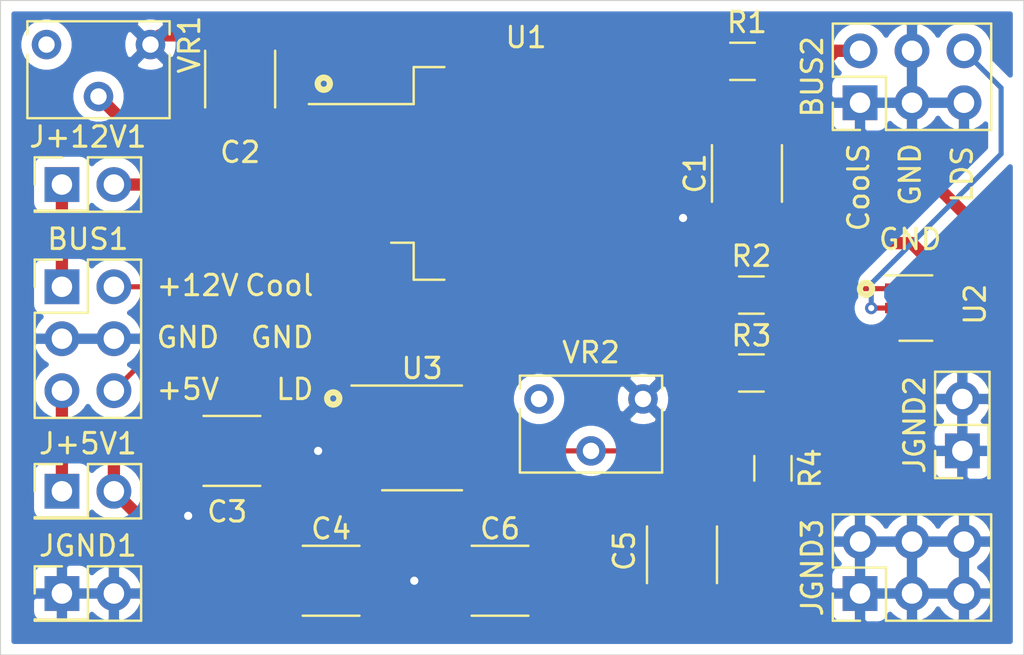
<source format=kicad_pcb>
(kicad_pcb (version 20171130) (host pcbnew 5.1.5+dfsg1-2build2)

  (general
    (thickness 1.6)
    (drawings 17)
    (tracks 102)
    (zones 0)
    (modules 22)
    (nets 21)
  )

  (page A4)
  (layers
    (0 F.Cu signal)
    (31 B.Cu signal)
    (32 B.Adhes user)
    (33 F.Adhes user)
    (34 B.Paste user)
    (35 F.Paste user)
    (36 B.SilkS user)
    (37 F.SilkS user)
    (38 B.Mask user)
    (39 F.Mask user)
    (40 Dwgs.User user)
    (41 Cmts.User user)
    (42 Eco1.User user)
    (43 Eco2.User user)
    (44 Edge.Cuts user)
    (45 Margin user)
    (46 B.CrtYd user)
    (47 F.CrtYd user)
    (48 B.Fab user)
    (49 F.Fab user hide)
  )

  (setup
    (last_trace_width 0.25)
    (user_trace_width 0.6)
    (trace_clearance 0.2)
    (zone_clearance 0.508)
    (zone_45_only no)
    (trace_min 0.2)
    (via_size 0.8)
    (via_drill 0.4)
    (via_min_size 0.4)
    (via_min_drill 0.3)
    (uvia_size 0.3)
    (uvia_drill 0.1)
    (uvias_allowed no)
    (uvia_min_size 0.2)
    (uvia_min_drill 0.1)
    (edge_width 0.05)
    (segment_width 0.2)
    (pcb_text_width 0.3)
    (pcb_text_size 1.5 1.5)
    (mod_edge_width 0.12)
    (mod_text_size 1 1)
    (mod_text_width 0.15)
    (pad_size 2.41 3.1)
    (pad_drill 0)
    (pad_to_mask_clearance 0.051)
    (solder_mask_min_width 0.25)
    (aux_axis_origin 81 83)
    (grid_origin 81 83)
    (visible_elements FFFFFF7F)
    (pcbplotparams
      (layerselection 0x010fc_ffffffff)
      (usegerberextensions true)
      (usegerberattributes false)
      (usegerberadvancedattributes false)
      (creategerberjobfile false)
      (excludeedgelayer true)
      (linewidth 0.100000)
      (plotframeref false)
      (viasonmask false)
      (mode 1)
      (useauxorigin false)
      (hpglpennumber 1)
      (hpglpenspeed 20)
      (hpglpendiameter 15.000000)
      (psnegative false)
      (psa4output false)
      (plotreference true)
      (plotvalue true)
      (plotinvisibletext false)
      (padsonsilk false)
      (subtractmaskfromsilk false)
      (outputformat 1)
      (mirror false)
      (drillshape 0)
      (scaleselection 1)
      (outputdirectory "AAB_NTK4_VoltReg_Gerbers/"))
  )

  (net 0 "")
  (net 1 +5V)
  (net 2 /LD)
  (net 3 GND)
  (net 4 +12V)
  (net 5 /Cool)
  (net 6 /LDSourse)
  (net 7 /CoolSource)
  (net 8 "Net-(C2-Pad1)")
  (net 9 "Net-(C3-Pad1)")
  (net 10 /LDDrain)
  (net 11 /CoolDrain)
  (net 12 "Net-(VR1-Pad3)")
  (net 13 "Net-(VR2-Pad3)")
  (net 14 "Net-(C4-Pad2)")
  (net 15 "Net-(C5-Pad1)")
  (net 16 "Net-(R2-Pad1)")
  (net 17 "Net-(R3-Pad2)")
  (net 18 "Net-(U3-Pad2)")
  (net 19 "Net-(U3-Pad7)")
  (net 20 "Net-(J+12V1-Pad2)")

  (net_class Default "This is the default net class."
    (clearance 0.2)
    (trace_width 0.25)
    (via_dia 0.8)
    (via_drill 0.4)
    (uvia_dia 0.3)
    (uvia_drill 0.1)
    (add_net +12V)
    (add_net +5V)
    (add_net /Cool)
    (add_net /CoolDrain)
    (add_net /CoolSource)
    (add_net /LD)
    (add_net /LDDrain)
    (add_net /LDSourse)
    (add_net GND)
    (add_net "Net-(C2-Pad1)")
    (add_net "Net-(C3-Pad1)")
    (add_net "Net-(C4-Pad2)")
    (add_net "Net-(C5-Pad1)")
    (add_net "Net-(J+12V1-Pad2)")
    (add_net "Net-(R2-Pad1)")
    (add_net "Net-(R3-Pad2)")
    (add_net "Net-(U3-Pad2)")
    (add_net "Net-(U3-Pad7)")
    (add_net "Net-(VR1-Pad3)")
    (add_net "Net-(VR2-Pad3)")
  )

  (module Resistor_SMD:R_1206_3216Metric_Pad1.42x1.75mm_HandSolder (layer F.Cu) (tedit 5B301BBD) (tstamp 6195A12E)
    (at 118.745 73.8775 270)
    (descr "Resistor SMD 1206 (3216 Metric), square (rectangular) end terminal, IPC_7351 nominal with elongated pad for handsoldering. (Body size source: http://www.tortai-tech.com/upload/download/2011102023233369053.pdf), generated with kicad-footprint-generator")
    (tags "resistor handsolder")
    (path /62062EC9)
    (attr smd)
    (fp_text reference R4 (at 0 -1.82 90) (layer F.SilkS)
      (effects (font (size 1 1) (thickness 0.15)))
    )
    (fp_text value R240 (at 0 1.82 90) (layer F.Fab)
      (effects (font (size 1 1) (thickness 0.15)))
    )
    (fp_text user %R (at 0 0 90) (layer F.Fab)
      (effects (font (size 0.8 0.8) (thickness 0.12)))
    )
    (fp_line (start 2.45 1.12) (end -2.45 1.12) (layer F.CrtYd) (width 0.05))
    (fp_line (start 2.45 -1.12) (end 2.45 1.12) (layer F.CrtYd) (width 0.05))
    (fp_line (start -2.45 -1.12) (end 2.45 -1.12) (layer F.CrtYd) (width 0.05))
    (fp_line (start -2.45 1.12) (end -2.45 -1.12) (layer F.CrtYd) (width 0.05))
    (fp_line (start -0.602064 0.91) (end 0.602064 0.91) (layer F.SilkS) (width 0.12))
    (fp_line (start -0.602064 -0.91) (end 0.602064 -0.91) (layer F.SilkS) (width 0.12))
    (fp_line (start 1.6 0.8) (end -1.6 0.8) (layer F.Fab) (width 0.1))
    (fp_line (start 1.6 -0.8) (end 1.6 0.8) (layer F.Fab) (width 0.1))
    (fp_line (start -1.6 -0.8) (end 1.6 -0.8) (layer F.Fab) (width 0.1))
    (fp_line (start -1.6 0.8) (end -1.6 -0.8) (layer F.Fab) (width 0.1))
    (pad 2 smd roundrect (at 1.4875 0 270) (size 1.425 1.75) (layers F.Cu F.Paste F.Mask) (roundrect_rratio 0.175439)
      (net 10 /LDDrain))
    (pad 1 smd roundrect (at -1.4875 0 270) (size 1.425 1.75) (layers F.Cu F.Paste F.Mask) (roundrect_rratio 0.175439)
      (net 15 "Net-(C5-Pad1)"))
    (model ${KISYS3DMOD}/Resistor_SMD.3dshapes/R_1206_3216Metric.wrl
      (at (xyz 0 0 0))
      (scale (xyz 1 1 1))
      (rotate (xyz 0 0 0))
    )
  )

  (module Connector_PinHeader_2.54mm:PinHeader_2x03_P2.54mm_Vertical (layer F.Cu) (tedit 59FED5CC) (tstamp 6197199D)
    (at 123 80 90)
    (descr "Through hole straight pin header, 2x03, 2.54mm pitch, double rows")
    (tags "Through hole pin header THT 2x03 2.54mm double row")
    (path /622ADF8B)
    (fp_text reference JGND3 (at 1.27 -2.33 90) (layer F.SilkS)
      (effects (font (size 1 1) (thickness 0.15)))
    )
    (fp_text value Conn_02x03_Odd_Even (at 1.27 7.41 90) (layer F.Fab)
      (effects (font (size 1 1) (thickness 0.15)))
    )
    (fp_text user %R (at 1.27 2.54) (layer F.Fab)
      (effects (font (size 1 1) (thickness 0.15)))
    )
    (fp_line (start 4.35 -1.8) (end -1.8 -1.8) (layer F.CrtYd) (width 0.05))
    (fp_line (start 4.35 6.85) (end 4.35 -1.8) (layer F.CrtYd) (width 0.05))
    (fp_line (start -1.8 6.85) (end 4.35 6.85) (layer F.CrtYd) (width 0.05))
    (fp_line (start -1.8 -1.8) (end -1.8 6.85) (layer F.CrtYd) (width 0.05))
    (fp_line (start -1.33 -1.33) (end 0 -1.33) (layer F.SilkS) (width 0.12))
    (fp_line (start -1.33 0) (end -1.33 -1.33) (layer F.SilkS) (width 0.12))
    (fp_line (start 1.27 -1.33) (end 3.87 -1.33) (layer F.SilkS) (width 0.12))
    (fp_line (start 1.27 1.27) (end 1.27 -1.33) (layer F.SilkS) (width 0.12))
    (fp_line (start -1.33 1.27) (end 1.27 1.27) (layer F.SilkS) (width 0.12))
    (fp_line (start 3.87 -1.33) (end 3.87 6.41) (layer F.SilkS) (width 0.12))
    (fp_line (start -1.33 1.27) (end -1.33 6.41) (layer F.SilkS) (width 0.12))
    (fp_line (start -1.33 6.41) (end 3.87 6.41) (layer F.SilkS) (width 0.12))
    (fp_line (start -1.27 0) (end 0 -1.27) (layer F.Fab) (width 0.1))
    (fp_line (start -1.27 6.35) (end -1.27 0) (layer F.Fab) (width 0.1))
    (fp_line (start 3.81 6.35) (end -1.27 6.35) (layer F.Fab) (width 0.1))
    (fp_line (start 3.81 -1.27) (end 3.81 6.35) (layer F.Fab) (width 0.1))
    (fp_line (start 0 -1.27) (end 3.81 -1.27) (layer F.Fab) (width 0.1))
    (pad 6 thru_hole oval (at 2.54 5.08 90) (size 1.7 1.7) (drill 1) (layers *.Cu *.Mask)
      (net 3 GND))
    (pad 5 thru_hole oval (at 0 5.08 90) (size 1.7 1.7) (drill 1) (layers *.Cu *.Mask)
      (net 3 GND))
    (pad 4 thru_hole oval (at 2.54 2.54 90) (size 1.7 1.7) (drill 1) (layers *.Cu *.Mask)
      (net 3 GND))
    (pad 3 thru_hole oval (at 0 2.54 90) (size 1.7 1.7) (drill 1) (layers *.Cu *.Mask)
      (net 3 GND))
    (pad 2 thru_hole oval (at 2.54 0 90) (size 1.7 1.7) (drill 1) (layers *.Cu *.Mask)
      (net 3 GND))
    (pad 1 thru_hole rect (at 0 0 90) (size 1.7 1.7) (drill 1) (layers *.Cu *.Mask)
      (net 3 GND))
    (model ${KISYS3DMOD}/Connector_PinHeader_2.54mm.3dshapes/PinHeader_2x03_P2.54mm_Vertical.wrl
      (at (xyz 0 0 0))
      (scale (xyz 1 1 1))
      (rotate (xyz 0 0 0))
    )
  )

  (module Connector_PinHeader_2.54mm:PinHeader_2x01_P2.54mm_Vertical (layer F.Cu) (tedit 59FED5CC) (tstamp 61971981)
    (at 128 73.025 90)
    (descr "Through hole straight pin header, 2x01, 2.54mm pitch, double rows")
    (tags "Through hole pin header THT 2x01 2.54mm double row")
    (path /62126BE9)
    (fp_text reference JGND2 (at 1.27 -2.33 90) (layer F.SilkS)
      (effects (font (size 1 1) (thickness 0.15)))
    )
    (fp_text value Conn_02x01 (at 1.27 2.33 90) (layer F.Fab)
      (effects (font (size 1 1) (thickness 0.15)))
    )
    (fp_text user %R (at 1.27 0) (layer F.Fab)
      (effects (font (size 1 1) (thickness 0.15)))
    )
    (fp_line (start 4.35 -1.8) (end -1.8 -1.8) (layer F.CrtYd) (width 0.05))
    (fp_line (start 4.35 1.8) (end 4.35 -1.8) (layer F.CrtYd) (width 0.05))
    (fp_line (start -1.8 1.8) (end 4.35 1.8) (layer F.CrtYd) (width 0.05))
    (fp_line (start -1.8 -1.8) (end -1.8 1.8) (layer F.CrtYd) (width 0.05))
    (fp_line (start -1.33 -1.33) (end 0 -1.33) (layer F.SilkS) (width 0.12))
    (fp_line (start -1.33 0) (end -1.33 -1.33) (layer F.SilkS) (width 0.12))
    (fp_line (start 1.27 -1.33) (end 3.87 -1.33) (layer F.SilkS) (width 0.12))
    (fp_line (start 1.27 1.27) (end 1.27 -1.33) (layer F.SilkS) (width 0.12))
    (fp_line (start -1.33 1.27) (end 1.27 1.27) (layer F.SilkS) (width 0.12))
    (fp_line (start 3.87 -1.33) (end 3.87 1.33) (layer F.SilkS) (width 0.12))
    (fp_line (start -1.33 1.27) (end -1.33 1.33) (layer F.SilkS) (width 0.12))
    (fp_line (start -1.33 1.33) (end 3.87 1.33) (layer F.SilkS) (width 0.12))
    (fp_line (start -1.27 0) (end 0 -1.27) (layer F.Fab) (width 0.1))
    (fp_line (start -1.27 1.27) (end -1.27 0) (layer F.Fab) (width 0.1))
    (fp_line (start 3.81 1.27) (end -1.27 1.27) (layer F.Fab) (width 0.1))
    (fp_line (start 3.81 -1.27) (end 3.81 1.27) (layer F.Fab) (width 0.1))
    (fp_line (start 0 -1.27) (end 3.81 -1.27) (layer F.Fab) (width 0.1))
    (pad 2 thru_hole oval (at 2.54 0 90) (size 1.7 1.7) (drill 1) (layers *.Cu *.Mask)
      (net 3 GND))
    (pad 1 thru_hole rect (at 0 0 90) (size 1.7 1.7) (drill 1) (layers *.Cu *.Mask)
      (net 3 GND))
    (model ${KISYS3DMOD}/Connector_PinHeader_2.54mm.3dshapes/PinHeader_2x01_P2.54mm_Vertical.wrl
      (at (xyz 0 0 0))
      (scale (xyz 1 1 1))
      (rotate (xyz 0 0 0))
    )
  )

  (module Connector_PinHeader_2.54mm:PinHeader_2x01_P2.54mm_Vertical (layer F.Cu) (tedit 59FED5CC) (tstamp 619694A9)
    (at 84 80)
    (descr "Through hole straight pin header, 2x01, 2.54mm pitch, double rows")
    (tags "Through hole pin header THT 2x01 2.54mm double row")
    (path /62126BE3)
    (fp_text reference JGND1 (at 1.27 -2.33) (layer F.SilkS)
      (effects (font (size 1 1) (thickness 0.15)))
    )
    (fp_text value Conn_02x01 (at 1.27 2.33) (layer F.Fab)
      (effects (font (size 1 1) (thickness 0.15)))
    )
    (fp_text user %R (at 1.27 0 90) (layer F.Fab)
      (effects (font (size 1 1) (thickness 0.15)))
    )
    (fp_line (start 4.35 -1.8) (end -1.8 -1.8) (layer F.CrtYd) (width 0.05))
    (fp_line (start 4.35 1.8) (end 4.35 -1.8) (layer F.CrtYd) (width 0.05))
    (fp_line (start -1.8 1.8) (end 4.35 1.8) (layer F.CrtYd) (width 0.05))
    (fp_line (start -1.8 -1.8) (end -1.8 1.8) (layer F.CrtYd) (width 0.05))
    (fp_line (start -1.33 -1.33) (end 0 -1.33) (layer F.SilkS) (width 0.12))
    (fp_line (start -1.33 0) (end -1.33 -1.33) (layer F.SilkS) (width 0.12))
    (fp_line (start 1.27 -1.33) (end 3.87 -1.33) (layer F.SilkS) (width 0.12))
    (fp_line (start 1.27 1.27) (end 1.27 -1.33) (layer F.SilkS) (width 0.12))
    (fp_line (start -1.33 1.27) (end 1.27 1.27) (layer F.SilkS) (width 0.12))
    (fp_line (start 3.87 -1.33) (end 3.87 1.33) (layer F.SilkS) (width 0.12))
    (fp_line (start -1.33 1.27) (end -1.33 1.33) (layer F.SilkS) (width 0.12))
    (fp_line (start -1.33 1.33) (end 3.87 1.33) (layer F.SilkS) (width 0.12))
    (fp_line (start -1.27 0) (end 0 -1.27) (layer F.Fab) (width 0.1))
    (fp_line (start -1.27 1.27) (end -1.27 0) (layer F.Fab) (width 0.1))
    (fp_line (start 3.81 1.27) (end -1.27 1.27) (layer F.Fab) (width 0.1))
    (fp_line (start 3.81 -1.27) (end 3.81 1.27) (layer F.Fab) (width 0.1))
    (fp_line (start 0 -1.27) (end 3.81 -1.27) (layer F.Fab) (width 0.1))
    (pad 2 thru_hole oval (at 2.54 0) (size 1.7 1.7) (drill 1) (layers *.Cu *.Mask)
      (net 3 GND))
    (pad 1 thru_hole rect (at 0 0) (size 1.7 1.7) (drill 1) (layers *.Cu *.Mask)
      (net 3 GND))
    (model ${KISYS3DMOD}/Connector_PinHeader_2.54mm.3dshapes/PinHeader_2x01_P2.54mm_Vertical.wrl
      (at (xyz 0 0 0))
      (scale (xyz 1 1 1))
      (rotate (xyz 0 0 0))
    )
  )

  (module Connector_PinHeader_2.54mm:PinHeader_2x01_P2.54mm_Vertical (layer F.Cu) (tedit 59FED5CC) (tstamp 6196FD00)
    (at 84 75)
    (descr "Through hole straight pin header, 2x01, 2.54mm pitch, double rows")
    (tags "Through hole pin header THT 2x01 2.54mm double row")
    (path /62062EDB)
    (fp_text reference J+5V1 (at 1.27 -2.33) (layer F.SilkS)
      (effects (font (size 1 1) (thickness 0.15)))
    )
    (fp_text value Conn_02x01 (at 1.27 2.33) (layer F.Fab)
      (effects (font (size 1 1) (thickness 0.15)))
    )
    (fp_text user %R (at 1.27 0 90) (layer F.Fab)
      (effects (font (size 1 1) (thickness 0.15)))
    )
    (fp_line (start 4.35 -1.8) (end -1.8 -1.8) (layer F.CrtYd) (width 0.05))
    (fp_line (start 4.35 1.8) (end 4.35 -1.8) (layer F.CrtYd) (width 0.05))
    (fp_line (start -1.8 1.8) (end 4.35 1.8) (layer F.CrtYd) (width 0.05))
    (fp_line (start -1.8 -1.8) (end -1.8 1.8) (layer F.CrtYd) (width 0.05))
    (fp_line (start -1.33 -1.33) (end 0 -1.33) (layer F.SilkS) (width 0.12))
    (fp_line (start -1.33 0) (end -1.33 -1.33) (layer F.SilkS) (width 0.12))
    (fp_line (start 1.27 -1.33) (end 3.87 -1.33) (layer F.SilkS) (width 0.12))
    (fp_line (start 1.27 1.27) (end 1.27 -1.33) (layer F.SilkS) (width 0.12))
    (fp_line (start -1.33 1.27) (end 1.27 1.27) (layer F.SilkS) (width 0.12))
    (fp_line (start 3.87 -1.33) (end 3.87 1.33) (layer F.SilkS) (width 0.12))
    (fp_line (start -1.33 1.27) (end -1.33 1.33) (layer F.SilkS) (width 0.12))
    (fp_line (start -1.33 1.33) (end 3.87 1.33) (layer F.SilkS) (width 0.12))
    (fp_line (start -1.27 0) (end 0 -1.27) (layer F.Fab) (width 0.1))
    (fp_line (start -1.27 1.27) (end -1.27 0) (layer F.Fab) (width 0.1))
    (fp_line (start 3.81 1.27) (end -1.27 1.27) (layer F.Fab) (width 0.1))
    (fp_line (start 3.81 -1.27) (end 3.81 1.27) (layer F.Fab) (width 0.1))
    (fp_line (start 0 -1.27) (end 3.81 -1.27) (layer F.Fab) (width 0.1))
    (pad 2 thru_hole oval (at 2.54 0) (size 1.7 1.7) (drill 1) (layers *.Cu *.Mask)
      (net 14 "Net-(C4-Pad2)"))
    (pad 1 thru_hole rect (at 0 0) (size 1.7 1.7) (drill 1) (layers *.Cu *.Mask)
      (net 1 +5V))
    (model ${KISYS3DMOD}/Connector_PinHeader_2.54mm.3dshapes/PinHeader_2x01_P2.54mm_Vertical.wrl
      (at (xyz 0 0 0))
      (scale (xyz 1 1 1))
      (rotate (xyz 0 0 0))
    )
  )

  (module Connector_PinHeader_2.54mm:PinHeader_2x01_P2.54mm_Vertical (layer F.Cu) (tedit 59FED5CC) (tstamp 6196FCE8)
    (at 84 60)
    (descr "Through hole straight pin header, 2x01, 2.54mm pitch, double rows")
    (tags "Through hole pin header THT 2x01 2.54mm double row")
    (path /62062E7A)
    (fp_text reference J+12V1 (at 1.27 -2.33) (layer F.SilkS)
      (effects (font (size 1 1) (thickness 0.15)))
    )
    (fp_text value Conn_02x01 (at 1.27 2.33) (layer F.Fab)
      (effects (font (size 1 1) (thickness 0.15)))
    )
    (fp_text user %R (at 1.27 0 90) (layer F.Fab)
      (effects (font (size 1 1) (thickness 0.15)))
    )
    (fp_line (start 4.35 -1.8) (end -1.8 -1.8) (layer F.CrtYd) (width 0.05))
    (fp_line (start 4.35 1.8) (end 4.35 -1.8) (layer F.CrtYd) (width 0.05))
    (fp_line (start -1.8 1.8) (end 4.35 1.8) (layer F.CrtYd) (width 0.05))
    (fp_line (start -1.8 -1.8) (end -1.8 1.8) (layer F.CrtYd) (width 0.05))
    (fp_line (start -1.33 -1.33) (end 0 -1.33) (layer F.SilkS) (width 0.12))
    (fp_line (start -1.33 0) (end -1.33 -1.33) (layer F.SilkS) (width 0.12))
    (fp_line (start 1.27 -1.33) (end 3.87 -1.33) (layer F.SilkS) (width 0.12))
    (fp_line (start 1.27 1.27) (end 1.27 -1.33) (layer F.SilkS) (width 0.12))
    (fp_line (start -1.33 1.27) (end 1.27 1.27) (layer F.SilkS) (width 0.12))
    (fp_line (start 3.87 -1.33) (end 3.87 1.33) (layer F.SilkS) (width 0.12))
    (fp_line (start -1.33 1.27) (end -1.33 1.33) (layer F.SilkS) (width 0.12))
    (fp_line (start -1.33 1.33) (end 3.87 1.33) (layer F.SilkS) (width 0.12))
    (fp_line (start -1.27 0) (end 0 -1.27) (layer F.Fab) (width 0.1))
    (fp_line (start -1.27 1.27) (end -1.27 0) (layer F.Fab) (width 0.1))
    (fp_line (start 3.81 1.27) (end -1.27 1.27) (layer F.Fab) (width 0.1))
    (fp_line (start 3.81 -1.27) (end 3.81 1.27) (layer F.Fab) (width 0.1))
    (fp_line (start 0 -1.27) (end 3.81 -1.27) (layer F.Fab) (width 0.1))
    (pad 2 thru_hole oval (at 2.54 0) (size 1.7 1.7) (drill 1) (layers *.Cu *.Mask)
      (net 20 "Net-(J+12V1-Pad2)"))
    (pad 1 thru_hole rect (at 0 0) (size 1.7 1.7) (drill 1) (layers *.Cu *.Mask)
      (net 4 +12V))
    (model ${KISYS3DMOD}/Connector_PinHeader_2.54mm.3dshapes/PinHeader_2x01_P2.54mm_Vertical.wrl
      (at (xyz 0 0 0))
      (scale (xyz 1 1 1))
      (rotate (xyz 0 0 0))
    )
  )

  (module Capacitor_SMD:C_1812_4532Metric (layer F.Cu) (tedit 5B301BBE) (tstamp 6195A012)
    (at 92.71 54.8425 90)
    (descr "Capacitor SMD 1812 (4532 Metric), square (rectangular) end terminal, IPC_7351 nominal, (Body size source: https://www.nikhef.nl/pub/departments/mt/projects/detectorR_D/dtddice/ERJ2G.pdf), generated with kicad-footprint-generator")
    (tags capacitor)
    (path /62062E5F)
    (attr smd)
    (fp_text reference C2 (at -3.5775 0) (layer F.SilkS)
      (effects (font (size 1 1) (thickness 0.15)))
    )
    (fp_text value 0.01uF (at 0 2.65 90) (layer F.Fab)
      (effects (font (size 1 1) (thickness 0.15)))
    )
    (fp_text user %R (at 0 0 90) (layer F.Fab)
      (effects (font (size 1 1) (thickness 0.15)))
    )
    (fp_line (start 2.95 1.95) (end -2.95 1.95) (layer F.CrtYd) (width 0.05))
    (fp_line (start 2.95 -1.95) (end 2.95 1.95) (layer F.CrtYd) (width 0.05))
    (fp_line (start -2.95 -1.95) (end 2.95 -1.95) (layer F.CrtYd) (width 0.05))
    (fp_line (start -2.95 1.95) (end -2.95 -1.95) (layer F.CrtYd) (width 0.05))
    (fp_line (start -1.386252 1.71) (end 1.386252 1.71) (layer F.SilkS) (width 0.12))
    (fp_line (start -1.386252 -1.71) (end 1.386252 -1.71) (layer F.SilkS) (width 0.12))
    (fp_line (start 2.25 1.6) (end -2.25 1.6) (layer F.Fab) (width 0.1))
    (fp_line (start 2.25 -1.6) (end 2.25 1.6) (layer F.Fab) (width 0.1))
    (fp_line (start -2.25 -1.6) (end 2.25 -1.6) (layer F.Fab) (width 0.1))
    (fp_line (start -2.25 1.6) (end -2.25 -1.6) (layer F.Fab) (width 0.1))
    (pad 2 smd roundrect (at 2.1375 0 90) (size 1.125 3.4) (layers F.Cu F.Paste F.Mask) (roundrect_rratio 0.222222)
      (net 3 GND))
    (pad 1 smd roundrect (at -2.1375 0 90) (size 1.125 3.4) (layers F.Cu F.Paste F.Mask) (roundrect_rratio 0.222222)
      (net 8 "Net-(C2-Pad1)"))
    (model ${KISYS3DMOD}/Capacitor_SMD.3dshapes/C_1812_4532Metric.wrl
      (at (xyz 0 0 0))
      (scale (xyz 1 1 1))
      (rotate (xyz 0 0 0))
    )
  )

  (module Connector_PinHeader_2.54mm:PinHeader_2x03_P2.54mm_Vertical (layer F.Cu) (tedit 59FED5CC) (tstamp 61959FF0)
    (at 123 56 90)
    (descr "Through hole straight pin header, 2x03, 2.54mm pitch, double rows")
    (tags "Through hole pin header THT 2x03 2.54mm double row")
    (path /620716DD)
    (fp_text reference BUS2 (at 1.27 -2.33 90) (layer F.SilkS)
      (effects (font (size 1 1) (thickness 0.15)))
    )
    (fp_text value Conn_02x03_Odd_Even (at 1.27 7.41 90) (layer F.Fab)
      (effects (font (size 1 1) (thickness 0.15)))
    )
    (fp_text user %R (at 1.27 2.54) (layer F.Fab)
      (effects (font (size 1 1) (thickness 0.15)))
    )
    (fp_line (start 4.35 -1.8) (end -1.8 -1.8) (layer F.CrtYd) (width 0.05))
    (fp_line (start 4.35 6.85) (end 4.35 -1.8) (layer F.CrtYd) (width 0.05))
    (fp_line (start -1.8 6.85) (end 4.35 6.85) (layer F.CrtYd) (width 0.05))
    (fp_line (start -1.8 -1.8) (end -1.8 6.85) (layer F.CrtYd) (width 0.05))
    (fp_line (start -1.33 -1.33) (end 0 -1.33) (layer F.SilkS) (width 0.12))
    (fp_line (start -1.33 0) (end -1.33 -1.33) (layer F.SilkS) (width 0.12))
    (fp_line (start 1.27 -1.33) (end 3.87 -1.33) (layer F.SilkS) (width 0.12))
    (fp_line (start 1.27 1.27) (end 1.27 -1.33) (layer F.SilkS) (width 0.12))
    (fp_line (start -1.33 1.27) (end 1.27 1.27) (layer F.SilkS) (width 0.12))
    (fp_line (start 3.87 -1.33) (end 3.87 6.41) (layer F.SilkS) (width 0.12))
    (fp_line (start -1.33 1.27) (end -1.33 6.41) (layer F.SilkS) (width 0.12))
    (fp_line (start -1.33 6.41) (end 3.87 6.41) (layer F.SilkS) (width 0.12))
    (fp_line (start -1.27 0) (end 0 -1.27) (layer F.Fab) (width 0.1))
    (fp_line (start -1.27 6.35) (end -1.27 0) (layer F.Fab) (width 0.1))
    (fp_line (start 3.81 6.35) (end -1.27 6.35) (layer F.Fab) (width 0.1))
    (fp_line (start 3.81 -1.27) (end 3.81 6.35) (layer F.Fab) (width 0.1))
    (fp_line (start 0 -1.27) (end 3.81 -1.27) (layer F.Fab) (width 0.1))
    (pad 6 thru_hole oval (at 2.54 5.08 90) (size 1.7 1.7) (drill 1) (layers *.Cu *.Mask)
      (net 6 /LDSourse))
    (pad 5 thru_hole oval (at 0 5.08 90) (size 1.7 1.7) (drill 1) (layers *.Cu *.Mask)
      (net 3 GND))
    (pad 4 thru_hole oval (at 2.54 2.54 90) (size 1.7 1.7) (drill 1) (layers *.Cu *.Mask)
      (net 3 GND))
    (pad 3 thru_hole oval (at 0 2.54 90) (size 1.7 1.7) (drill 1) (layers *.Cu *.Mask)
      (net 3 GND))
    (pad 2 thru_hole oval (at 2.54 0 90) (size 1.7 1.7) (drill 1) (layers *.Cu *.Mask)
      (net 7 /CoolSource))
    (pad 1 thru_hole rect (at 0 0 90) (size 1.7 1.7) (drill 1) (layers *.Cu *.Mask)
      (net 3 GND))
    (model ${KISYS3DMOD}/Connector_PinHeader_2.54mm.3dshapes/PinHeader_2x03_P2.54mm_Vertical.wrl
      (at (xyz 0 0 0))
      (scale (xyz 1 1 1))
      (rotate (xyz 0 0 0))
    )
  )

  (module Potentiometer_THT:Potentiometer_Bourns_3266W_Vertical (layer F.Cu) (tedit 5A3D4994) (tstamp 6195A19E)
    (at 88.328 53.155)
    (descr "Potentiometer, vertical, Bourns 3266W, https://www.bourns.com/docs/Product-Datasheets/3266.pdf")
    (tags "Potentiometer vertical Bourns 3266W")
    (path /62062E8C)
    (fp_text reference VR1 (at 1.905 0 270) (layer F.SilkS)
      (effects (font (size 1 1) (thickness 0.15)))
    )
    (fp_text value 3266W (at -2.54 4.73) (layer F.Fab)
      (effects (font (size 1 1) (thickness 0.15)))
    )
    (fp_text user %R (at -3.175 1.23) (layer F.Fab)
      (effects (font (size 0.91 0.91) (thickness 0.15)))
    )
    (fp_line (start 1.1 -1.3) (end -6.15 -1.3) (layer F.CrtYd) (width 0.05))
    (fp_line (start 1.1 3.75) (end 1.1 -1.3) (layer F.CrtYd) (width 0.05))
    (fp_line (start -6.15 3.75) (end 1.1 3.75) (layer F.CrtYd) (width 0.05))
    (fp_line (start -6.15 -1.3) (end -6.15 3.75) (layer F.CrtYd) (width 0.05))
    (fp_line (start 0.935 0.495) (end 0.935 3.6) (layer F.SilkS) (width 0.12))
    (fp_line (start 0.935 -1.14) (end 0.935 -0.495) (layer F.SilkS) (width 0.12))
    (fp_line (start -6.015 0.495) (end -6.015 3.6) (layer F.SilkS) (width 0.12))
    (fp_line (start -6.015 -1.14) (end -6.015 -0.495) (layer F.SilkS) (width 0.12))
    (fp_line (start -6.015 3.6) (end 0.935 3.6) (layer F.SilkS) (width 0.12))
    (fp_line (start -6.015 -1.14) (end 0.935 -1.14) (layer F.SilkS) (width 0.12))
    (fp_line (start -0.455 3.092) (end -0.454 1.329) (layer F.Fab) (width 0.1))
    (fp_line (start -0.455 3.092) (end -0.454 1.329) (layer F.Fab) (width 0.1))
    (fp_line (start 0.815 -1.02) (end -5.895 -1.02) (layer F.Fab) (width 0.1))
    (fp_line (start 0.815 3.48) (end 0.815 -1.02) (layer F.Fab) (width 0.1))
    (fp_line (start -5.895 3.48) (end 0.815 3.48) (layer F.Fab) (width 0.1))
    (fp_line (start -5.895 -1.02) (end -5.895 3.48) (layer F.Fab) (width 0.1))
    (fp_circle (center -0.455 2.21) (end 0.435 2.21) (layer F.Fab) (width 0.1))
    (pad 3 thru_hole circle (at -5.08 0) (size 1.44 1.44) (drill 0.8) (layers *.Cu *.Mask)
      (net 12 "Net-(VR1-Pad3)"))
    (pad 2 thru_hole circle (at -2.54 2.54) (size 1.44 1.44) (drill 0.8) (layers *.Cu *.Mask)
      (net 8 "Net-(C2-Pad1)"))
    (pad 1 thru_hole circle (at 0 0) (size 1.44 1.44) (drill 0.8) (layers *.Cu *.Mask)
      (net 3 GND))
    (model ${KISYS3DMOD}/Potentiometer_THT.3dshapes/Potentiometer_Bourns_3266W_Vertical.wrl
      (at (xyz 0 0 0))
      (scale (xyz 1 1 1))
      (rotate (xyz 0 0 0))
    )
  )

  (module Potentiometer_THT:Potentiometer_Bourns_3266W_Vertical (layer F.Cu) (tedit 5A3D4994) (tstamp 6195A1B7)
    (at 112.395 70.485)
    (descr "Potentiometer, vertical, Bourns 3266W, https://www.bourns.com/docs/Product-Datasheets/3266.pdf")
    (tags "Potentiometer vertical Bourns 3266W")
    (path /62062EC3)
    (fp_text reference VR2 (at -2.54 -2.27) (layer F.SilkS)
      (effects (font (size 1 1) (thickness 0.15)))
    )
    (fp_text value 3266W (at -2.54 4.73) (layer F.Fab)
      (effects (font (size 1 1) (thickness 0.15)))
    )
    (fp_text user %R (at -3.175 1.23) (layer F.Fab)
      (effects (font (size 0.91 0.91) (thickness 0.15)))
    )
    (fp_line (start 1.1 -1.3) (end -6.15 -1.3) (layer F.CrtYd) (width 0.05))
    (fp_line (start 1.1 3.75) (end 1.1 -1.3) (layer F.CrtYd) (width 0.05))
    (fp_line (start -6.15 3.75) (end 1.1 3.75) (layer F.CrtYd) (width 0.05))
    (fp_line (start -6.15 -1.3) (end -6.15 3.75) (layer F.CrtYd) (width 0.05))
    (fp_line (start 0.935 0.495) (end 0.935 3.6) (layer F.SilkS) (width 0.12))
    (fp_line (start 0.935 -1.14) (end 0.935 -0.495) (layer F.SilkS) (width 0.12))
    (fp_line (start -6.015 0.495) (end -6.015 3.6) (layer F.SilkS) (width 0.12))
    (fp_line (start -6.015 -1.14) (end -6.015 -0.495) (layer F.SilkS) (width 0.12))
    (fp_line (start -6.015 3.6) (end 0.935 3.6) (layer F.SilkS) (width 0.12))
    (fp_line (start -6.015 -1.14) (end 0.935 -1.14) (layer F.SilkS) (width 0.12))
    (fp_line (start -0.455 3.092) (end -0.454 1.329) (layer F.Fab) (width 0.1))
    (fp_line (start -0.455 3.092) (end -0.454 1.329) (layer F.Fab) (width 0.1))
    (fp_line (start 0.815 -1.02) (end -5.895 -1.02) (layer F.Fab) (width 0.1))
    (fp_line (start 0.815 3.48) (end 0.815 -1.02) (layer F.Fab) (width 0.1))
    (fp_line (start -5.895 3.48) (end 0.815 3.48) (layer F.Fab) (width 0.1))
    (fp_line (start -5.895 -1.02) (end -5.895 3.48) (layer F.Fab) (width 0.1))
    (fp_circle (center -0.455 2.21) (end 0.435 2.21) (layer F.Fab) (width 0.1))
    (pad 3 thru_hole circle (at -5.08 0) (size 1.44 1.44) (drill 0.8) (layers *.Cu *.Mask)
      (net 13 "Net-(VR2-Pad3)"))
    (pad 2 thru_hole circle (at -2.54 2.54) (size 1.44 1.44) (drill 0.8) (layers *.Cu *.Mask)
      (net 15 "Net-(C5-Pad1)"))
    (pad 1 thru_hole circle (at 0 0) (size 1.44 1.44) (drill 0.8) (layers *.Cu *.Mask)
      (net 3 GND))
    (model ${KISYS3DMOD}/Potentiometer_THT.3dshapes/Potentiometer_Bourns_3266W_Vertical.wrl
      (at (xyz 0 0 0))
      (scale (xyz 1 1 1))
      (rotate (xyz 0 0 0))
    )
  )

  (module Package_SO:HSOP-8-1EP_3.9x4.9mm_P1.27mm_EP2.41x3.1mm (layer F.Cu) (tedit 61977F9A) (tstamp 6195A185)
    (at 101.6 72.39)
    (descr "HSOP, 8 Pin (https://www.st.com/resource/en/datasheet/l5973d.pdf), generated with kicad-footprint-generator ipc_gullwing_generator.py")
    (tags "HSOP SO")
    (path /62062EEA)
    (attr smd)
    (fp_text reference U3 (at 0 -3.4) (layer F.SilkS)
      (effects (font (size 1 1) (thickness 0.15)))
    )
    (fp_text value LP3878MR-ADJ_NOPB (at 0 3.4) (layer F.Fab)
      (effects (font (size 1 1) (thickness 0.15)))
    )
    (fp_text user %R (at 0 0) (layer F.Fab)
      (effects (font (size 0.98 0.98) (thickness 0.15)))
    )
    (fp_line (start 3.7 -2.7) (end -3.7 -2.7) (layer F.CrtYd) (width 0.05))
    (fp_line (start 3.7 2.7) (end 3.7 -2.7) (layer F.CrtYd) (width 0.05))
    (fp_line (start -3.7 2.7) (end 3.7 2.7) (layer F.CrtYd) (width 0.05))
    (fp_line (start -3.7 -2.7) (end -3.7 2.7) (layer F.CrtYd) (width 0.05))
    (fp_line (start -1.95 -1.475) (end -0.975 -2.45) (layer F.Fab) (width 0.1))
    (fp_line (start -1.95 2.45) (end -1.95 -1.475) (layer F.Fab) (width 0.1))
    (fp_line (start 1.95 2.45) (end -1.95 2.45) (layer F.Fab) (width 0.1))
    (fp_line (start 1.95 -2.45) (end 1.95 2.45) (layer F.Fab) (width 0.1))
    (fp_line (start -0.975 -2.45) (end 1.95 -2.45) (layer F.Fab) (width 0.1))
    (fp_line (start -1.95 2.56) (end 1.95 2.56) (layer F.SilkS) (width 0.12))
    (fp_line (start -3.45 -2.56) (end 1.95 -2.56) (layer F.SilkS) (width 0.12))
    (pad 8 smd roundrect (at 2.65 -1.905) (size 1.6 0.6) (layers F.Cu F.Paste F.Mask) (roundrect_rratio 0.25)
      (net 14 "Net-(C4-Pad2)"))
    (pad 7 smd roundrect (at 2.65 -0.635) (size 1.6 0.6) (layers F.Cu F.Paste F.Mask) (roundrect_rratio 0.25)
      (net 19 "Net-(U3-Pad7)"))
    (pad 6 smd roundrect (at 2.65 0.635) (size 1.6 0.6) (layers F.Cu F.Paste F.Mask) (roundrect_rratio 0.25)
      (net 15 "Net-(C5-Pad1)"))
    (pad 5 smd roundrect (at 2.65 1.905) (size 1.6 0.6) (layers F.Cu F.Paste F.Mask) (roundrect_rratio 0.25)
      (net 10 /LDDrain))
    (pad 4 smd roundrect (at -2.65 1.905) (size 1.6 0.6) (layers F.Cu F.Paste F.Mask) (roundrect_rratio 0.25)
      (net 14 "Net-(C4-Pad2)"))
    (pad 3 smd roundrect (at -2.65 0.635) (size 1.6 0.6) (layers F.Cu F.Paste F.Mask) (roundrect_rratio 0.25)
      (net 3 GND))
    (pad 2 smd roundrect (at -2.65 -0.635) (size 1.6 0.6) (layers F.Cu F.Paste F.Mask) (roundrect_rratio 0.25)
      (net 18 "Net-(U3-Pad2)"))
    (pad 1 smd roundrect (at -2.65 -1.905) (size 1.6 0.6) (layers F.Cu F.Paste F.Mask) (roundrect_rratio 0.25)
      (net 9 "Net-(C3-Pad1)"))
    (pad "" smd roundrect (at 0.6 0.775) (size 0.97 1.25) (layers F.Paste) (roundrect_rratio 0.25))
    (pad "" smd roundrect (at 0.6 -0.775) (size 0.97 1.25) (layers F.Paste) (roundrect_rratio 0.25))
    (pad "" smd roundrect (at -0.6 0.775) (size 0.97 1.25) (layers F.Paste) (roundrect_rratio 0.25))
    (pad "" smd roundrect (at -0.6 -0.775) (size 0.97 1.25) (layers F.Paste) (roundrect_rratio 0.25))
    (pad 9 smd roundrect (at 0 0) (size 2.41 3.1) (layers F.Cu F.Mask) (roundrect_rratio 0.104)
      (net 3 GND))
    (model ${KISYS3DMOD}/Package_SO.3dshapes/HSOP-8-1EP_3.9x4.9mm_P1.27mm_EP2.41x3.1mm.wrl
      (at (xyz 0 0 0))
      (scale (xyz 1 1 1))
      (rotate (xyz 0 0 0))
    )
  )

  (module Package_SO:TSOP-6_1.65x3.05mm_P0.95mm (layer F.Cu) (tedit 5A02F25C) (tstamp 6195A168)
    (at 125.73 66.04)
    (descr "TSOP-6 package (comparable to TSOT-23), https://www.vishay.com/docs/71200/71200.pdf")
    (tags "Jedec MO-193C TSOP-6L")
    (path /62062F0F)
    (attr smd)
    (fp_text reference U2 (at 2.895 -0.185 90) (layer F.SilkS)
      (effects (font (size 1 1) (thickness 0.15)))
    )
    (fp_text value IRF5852PbF (at 0 2.5) (layer F.Fab)
      (effects (font (size 1 1) (thickness 0.15)))
    )
    (fp_line (start 1.76 1.77) (end -1.76 1.77) (layer F.CrtYd) (width 0.05))
    (fp_line (start 1.76 1.77) (end 1.76 -1.78) (layer F.CrtYd) (width 0.05))
    (fp_line (start -1.76 -1.78) (end -1.76 1.77) (layer F.CrtYd) (width 0.05))
    (fp_line (start -1.76 -1.78) (end 1.76 -1.78) (layer F.CrtYd) (width 0.05))
    (fp_line (start 0.825 -1.525) (end 0.825 1.525) (layer F.Fab) (width 0.1))
    (fp_line (start 0.825 1.525) (end -0.825 1.525) (layer F.Fab) (width 0.1))
    (fp_line (start -0.825 -1.1) (end -0.825 1.525) (layer F.Fab) (width 0.1))
    (fp_line (start 0.825 -1.525) (end -0.425 -1.525) (layer F.Fab) (width 0.1))
    (fp_line (start -0.825 -1.1) (end -0.425 -1.525) (layer F.Fab) (width 0.1))
    (fp_line (start 0.8 -1.6) (end -1.5 -1.6) (layer F.SilkS) (width 0.12))
    (fp_line (start -0.8 1.6) (end 0.8 1.6) (layer F.SilkS) (width 0.12))
    (fp_text user %R (at 0 0 90) (layer F.Fab)
      (effects (font (size 0.5 0.5) (thickness 0.075)))
    )
    (pad 6 smd rect (at 1.16 -0.95) (size 0.7 0.51) (layers F.Cu F.Paste F.Mask)
      (net 11 /CoolDrain))
    (pad 5 smd rect (at 1.16 0) (size 0.7 0.51) (layers F.Cu F.Paste F.Mask)
      (net 7 /CoolSource))
    (pad 4 smd rect (at 1.16 0.95) (size 0.7 0.51) (layers F.Cu F.Paste F.Mask)
      (net 10 /LDDrain))
    (pad 3 smd rect (at -1.16 0.95) (size 0.7 0.51) (layers F.Cu F.Paste F.Mask)
      (net 17 "Net-(R3-Pad2)"))
    (pad 2 smd rect (at -1.16 0) (size 0.7 0.51) (layers F.Cu F.Paste F.Mask)
      (net 6 /LDSourse))
    (pad 1 smd rect (at -1.16 -0.95) (size 0.7 0.51) (layers F.Cu F.Paste F.Mask)
      (net 16 "Net-(R2-Pad1)"))
    (model ${KISYS3DMOD}/Package_SO.3dshapes/TSOP-6_1.65x3.05mm_P0.95mm.wrl
      (at (xyz 0 0 0))
      (scale (xyz 1 1 1))
      (rotate (xyz 0 0 0))
    )
  )

  (module Package_TO_SOT_SMD:TO-263-2 (layer F.Cu) (tedit 5A70FB7B) (tstamp 6195A152)
    (at 104.14 59.455)
    (descr "TO-263 / D2PAK / DDPAK SMD package, http://www.infineon.com/cms/en/product/packages/PG-TO263/PG-TO263-3-1/")
    (tags "D2PAK DDPAK TO-263 D2PAK-3 TO-263-3 SOT-404")
    (path /62062E59)
    (attr smd)
    (fp_text reference U1 (at 2.54 -6.65) (layer F.SilkS)
      (effects (font (size 1 1) (thickness 0.15)))
    )
    (fp_text value LM317_3PinPackage (at 0 6.65) (layer F.Fab)
      (effects (font (size 1 1) (thickness 0.15)))
    )
    (fp_line (start 6.5 -5) (end 7.5 -5) (layer F.Fab) (width 0.1))
    (fp_line (start 7.5 -5) (end 7.5 5) (layer F.Fab) (width 0.1))
    (fp_line (start 7.5 5) (end 6.5 5) (layer F.Fab) (width 0.1))
    (fp_line (start 6.5 -5) (end 6.5 5) (layer F.Fab) (width 0.1))
    (fp_line (start 6.5 5) (end -2.75 5) (layer F.Fab) (width 0.1))
    (fp_line (start -2.75 5) (end -2.75 -4) (layer F.Fab) (width 0.1))
    (fp_line (start -2.75 -4) (end -1.75 -5) (layer F.Fab) (width 0.1))
    (fp_line (start -1.75 -5) (end 6.5 -5) (layer F.Fab) (width 0.1))
    (fp_line (start -2.75 -3.04) (end -7.45 -3.04) (layer F.Fab) (width 0.1))
    (fp_line (start -7.45 -3.04) (end -7.45 -2.04) (layer F.Fab) (width 0.1))
    (fp_line (start -7.45 -2.04) (end -2.75 -2.04) (layer F.Fab) (width 0.1))
    (fp_line (start -2.75 2.04) (end -7.45 2.04) (layer F.Fab) (width 0.1))
    (fp_line (start -7.45 2.04) (end -7.45 3.04) (layer F.Fab) (width 0.1))
    (fp_line (start -7.45 3.04) (end -2.75 3.04) (layer F.Fab) (width 0.1))
    (fp_line (start -1.45 -5.2) (end -2.95 -5.2) (layer F.SilkS) (width 0.12))
    (fp_line (start -2.95 -5.2) (end -2.95 -3.39) (layer F.SilkS) (width 0.12))
    (fp_line (start -2.95 -3.39) (end -8.075 -3.39) (layer F.SilkS) (width 0.12))
    (fp_line (start -1.45 5.2) (end -2.95 5.2) (layer F.SilkS) (width 0.12))
    (fp_line (start -2.95 5.2) (end -2.95 3.39) (layer F.SilkS) (width 0.12))
    (fp_line (start -2.95 3.39) (end -4.05 3.39) (layer F.SilkS) (width 0.12))
    (fp_line (start -8.32 -5.65) (end -8.32 5.65) (layer F.CrtYd) (width 0.05))
    (fp_line (start -8.32 5.65) (end 8.32 5.65) (layer F.CrtYd) (width 0.05))
    (fp_line (start 8.32 5.65) (end 8.32 -5.65) (layer F.CrtYd) (width 0.05))
    (fp_line (start 8.32 -5.65) (end -8.32 -5.65) (layer F.CrtYd) (width 0.05))
    (fp_text user %R (at 0 0) (layer F.Fab)
      (effects (font (size 1 1) (thickness 0.15)))
    )
    (pad 1 smd rect (at -5.775 -2.54) (size 4.6 1.1) (layers F.Cu F.Paste F.Mask)
      (net 8 "Net-(C2-Pad1)"))
    (pad 3 smd rect (at -5.775 2.54) (size 4.6 1.1) (layers F.Cu F.Paste F.Mask)
      (net 20 "Net-(J+12V1-Pad2)"))
    (pad 2 smd rect (at 3.375 0) (size 9.4 10.8) (layers F.Cu F.Mask)
      (net 11 /CoolDrain))
    (pad "" smd rect (at 5.8 2.775) (size 4.55 5.25) (layers F.Paste))
    (pad "" smd rect (at 0.95 -2.775) (size 4.55 5.25) (layers F.Paste))
    (pad "" smd rect (at 5.8 -2.775) (size 4.55 5.25) (layers F.Paste))
    (pad "" smd rect (at 0.95 2.775) (size 4.55 5.25) (layers F.Paste))
    (model ${KISYS3DMOD}/Package_TO_SOT_SMD.3dshapes/TO-263-2.wrl
      (at (xyz 0 0 0))
      (scale (xyz 1 1 1))
      (rotate (xyz 0 0 0))
    )
  )

  (module Resistor_SMD:R_1206_3216Metric_Pad1.42x1.75mm_HandSolder (layer F.Cu) (tedit 5B301BBD) (tstamp 6195A11D)
    (at 117.6925 69.215)
    (descr "Resistor SMD 1206 (3216 Metric), square (rectangular) end terminal, IPC_7351 nominal with elongated pad for handsoldering. (Body size source: http://www.tortai-tech.com/upload/download/2011102023233369053.pdf), generated with kicad-footprint-generator")
    (tags "resistor handsolder")
    (path /62062F15)
    (attr smd)
    (fp_text reference R3 (at 0 -1.82) (layer F.SilkS)
      (effects (font (size 1 1) (thickness 0.15)))
    )
    (fp_text value R (at 0 1.82) (layer F.Fab)
      (effects (font (size 1 1) (thickness 0.15)))
    )
    (fp_text user %R (at 0 0) (layer F.Fab)
      (effects (font (size 0.8 0.8) (thickness 0.12)))
    )
    (fp_line (start 2.45 1.12) (end -2.45 1.12) (layer F.CrtYd) (width 0.05))
    (fp_line (start 2.45 -1.12) (end 2.45 1.12) (layer F.CrtYd) (width 0.05))
    (fp_line (start -2.45 -1.12) (end 2.45 -1.12) (layer F.CrtYd) (width 0.05))
    (fp_line (start -2.45 1.12) (end -2.45 -1.12) (layer F.CrtYd) (width 0.05))
    (fp_line (start -0.602064 0.91) (end 0.602064 0.91) (layer F.SilkS) (width 0.12))
    (fp_line (start -0.602064 -0.91) (end 0.602064 -0.91) (layer F.SilkS) (width 0.12))
    (fp_line (start 1.6 0.8) (end -1.6 0.8) (layer F.Fab) (width 0.1))
    (fp_line (start 1.6 -0.8) (end 1.6 0.8) (layer F.Fab) (width 0.1))
    (fp_line (start -1.6 -0.8) (end 1.6 -0.8) (layer F.Fab) (width 0.1))
    (fp_line (start -1.6 0.8) (end -1.6 -0.8) (layer F.Fab) (width 0.1))
    (pad 2 smd roundrect (at 1.4875 0) (size 1.425 1.75) (layers F.Cu F.Paste F.Mask) (roundrect_rratio 0.175439)
      (net 17 "Net-(R3-Pad2)"))
    (pad 1 smd roundrect (at -1.4875 0) (size 1.425 1.75) (layers F.Cu F.Paste F.Mask) (roundrect_rratio 0.175439)
      (net 2 /LD))
    (model ${KISYS3DMOD}/Resistor_SMD.3dshapes/R_1206_3216Metric.wrl
      (at (xyz 0 0 0))
      (scale (xyz 1 1 1))
      (rotate (xyz 0 0 0))
    )
  )

  (module Resistor_SMD:R_1206_3216Metric_Pad1.42x1.75mm_HandSolder (layer F.Cu) (tedit 5B301BBD) (tstamp 6195A10C)
    (at 117.6925 65.405 180)
    (descr "Resistor SMD 1206 (3216 Metric), square (rectangular) end terminal, IPC_7351 nominal with elongated pad for handsoldering. (Body size source: http://www.tortai-tech.com/upload/download/2011102023233369053.pdf), generated with kicad-footprint-generator")
    (tags "resistor handsolder")
    (path /62062F1C)
    (attr smd)
    (fp_text reference R2 (at 0 1.905) (layer F.SilkS)
      (effects (font (size 1 1) (thickness 0.15)))
    )
    (fp_text value R (at 0 1.82) (layer F.Fab)
      (effects (font (size 1 1) (thickness 0.15)))
    )
    (fp_text user %R (at 0 0) (layer F.Fab)
      (effects (font (size 0.8 0.8) (thickness 0.12)))
    )
    (fp_line (start 2.45 1.12) (end -2.45 1.12) (layer F.CrtYd) (width 0.05))
    (fp_line (start 2.45 -1.12) (end 2.45 1.12) (layer F.CrtYd) (width 0.05))
    (fp_line (start -2.45 -1.12) (end 2.45 -1.12) (layer F.CrtYd) (width 0.05))
    (fp_line (start -2.45 1.12) (end -2.45 -1.12) (layer F.CrtYd) (width 0.05))
    (fp_line (start -0.602064 0.91) (end 0.602064 0.91) (layer F.SilkS) (width 0.12))
    (fp_line (start -0.602064 -0.91) (end 0.602064 -0.91) (layer F.SilkS) (width 0.12))
    (fp_line (start 1.6 0.8) (end -1.6 0.8) (layer F.Fab) (width 0.1))
    (fp_line (start 1.6 -0.8) (end 1.6 0.8) (layer F.Fab) (width 0.1))
    (fp_line (start -1.6 -0.8) (end 1.6 -0.8) (layer F.Fab) (width 0.1))
    (fp_line (start -1.6 0.8) (end -1.6 -0.8) (layer F.Fab) (width 0.1))
    (pad 2 smd roundrect (at 1.4875 0 180) (size 1.425 1.75) (layers F.Cu F.Paste F.Mask) (roundrect_rratio 0.175439)
      (net 5 /Cool))
    (pad 1 smd roundrect (at -1.4875 0 180) (size 1.425 1.75) (layers F.Cu F.Paste F.Mask) (roundrect_rratio 0.175439)
      (net 16 "Net-(R2-Pad1)"))
    (model ${KISYS3DMOD}/Resistor_SMD.3dshapes/R_1206_3216Metric.wrl
      (at (xyz 0 0 0))
      (scale (xyz 1 1 1))
      (rotate (xyz 0 0 0))
    )
  )

  (module Resistor_SMD:R_1206_3216Metric_Pad1.42x1.75mm_HandSolder (layer F.Cu) (tedit 5B301BBD) (tstamp 6195A0FB)
    (at 117.2575 53.975)
    (descr "Resistor SMD 1206 (3216 Metric), square (rectangular) end terminal, IPC_7351 nominal with elongated pad for handsoldering. (Body size source: http://www.tortai-tech.com/upload/download/2011102023233369053.pdf), generated with kicad-footprint-generator")
    (tags "resistor handsolder")
    (path /62062E80)
    (attr smd)
    (fp_text reference R1 (at 0.2175 -1.905) (layer F.SilkS)
      (effects (font (size 1 1) (thickness 0.15)))
    )
    (fp_text value R240 (at 0 1.82) (layer F.Fab)
      (effects (font (size 1 1) (thickness 0.15)))
    )
    (fp_text user %R (at 0 0) (layer F.Fab)
      (effects (font (size 0.8 0.8) (thickness 0.12)))
    )
    (fp_line (start 2.45 1.12) (end -2.45 1.12) (layer F.CrtYd) (width 0.05))
    (fp_line (start 2.45 -1.12) (end 2.45 1.12) (layer F.CrtYd) (width 0.05))
    (fp_line (start -2.45 -1.12) (end 2.45 -1.12) (layer F.CrtYd) (width 0.05))
    (fp_line (start -2.45 1.12) (end -2.45 -1.12) (layer F.CrtYd) (width 0.05))
    (fp_line (start -0.602064 0.91) (end 0.602064 0.91) (layer F.SilkS) (width 0.12))
    (fp_line (start -0.602064 -0.91) (end 0.602064 -0.91) (layer F.SilkS) (width 0.12))
    (fp_line (start 1.6 0.8) (end -1.6 0.8) (layer F.Fab) (width 0.1))
    (fp_line (start 1.6 -0.8) (end 1.6 0.8) (layer F.Fab) (width 0.1))
    (fp_line (start -1.6 -0.8) (end 1.6 -0.8) (layer F.Fab) (width 0.1))
    (fp_line (start -1.6 0.8) (end -1.6 -0.8) (layer F.Fab) (width 0.1))
    (pad 2 smd roundrect (at 1.4875 0) (size 1.425 1.75) (layers F.Cu F.Paste F.Mask) (roundrect_rratio 0.175439)
      (net 11 /CoolDrain))
    (pad 1 smd roundrect (at -1.4875 0) (size 1.425 1.75) (layers F.Cu F.Paste F.Mask) (roundrect_rratio 0.175439)
      (net 8 "Net-(C2-Pad1)"))
    (model ${KISYS3DMOD}/Resistor_SMD.3dshapes/R_1206_3216Metric.wrl
      (at (xyz 0 0 0))
      (scale (xyz 1 1 1))
      (rotate (xyz 0 0 0))
    )
  )

  (module Capacitor_SMD:C_1812_4532Metric (layer F.Cu) (tedit 5B301BBE) (tstamp 6195A056)
    (at 105.41 79.375 180)
    (descr "Capacitor SMD 1812 (4532 Metric), square (rectangular) end terminal, IPC_7351 nominal, (Body size source: https://www.nikhef.nl/pub/departments/mt/projects/detectorR_D/dtddice/ERJ2G.pdf), generated with kicad-footprint-generator")
    (tags capacitor)
    (path /62062EBB)
    (attr smd)
    (fp_text reference C6 (at 0 2.54) (layer F.SilkS)
      (effects (font (size 1 1) (thickness 0.15)))
    )
    (fp_text value 10uF (at 0 2.65) (layer F.Fab)
      (effects (font (size 1 1) (thickness 0.15)))
    )
    (fp_text user %R (at 0 0) (layer F.Fab)
      (effects (font (size 1 1) (thickness 0.15)))
    )
    (fp_line (start 2.95 1.95) (end -2.95 1.95) (layer F.CrtYd) (width 0.05))
    (fp_line (start 2.95 -1.95) (end 2.95 1.95) (layer F.CrtYd) (width 0.05))
    (fp_line (start -2.95 -1.95) (end 2.95 -1.95) (layer F.CrtYd) (width 0.05))
    (fp_line (start -2.95 1.95) (end -2.95 -1.95) (layer F.CrtYd) (width 0.05))
    (fp_line (start -1.386252 1.71) (end 1.386252 1.71) (layer F.SilkS) (width 0.12))
    (fp_line (start -1.386252 -1.71) (end 1.386252 -1.71) (layer F.SilkS) (width 0.12))
    (fp_line (start 2.25 1.6) (end -2.25 1.6) (layer F.Fab) (width 0.1))
    (fp_line (start 2.25 -1.6) (end 2.25 1.6) (layer F.Fab) (width 0.1))
    (fp_line (start -2.25 -1.6) (end 2.25 -1.6) (layer F.Fab) (width 0.1))
    (fp_line (start -2.25 1.6) (end -2.25 -1.6) (layer F.Fab) (width 0.1))
    (pad 2 smd roundrect (at 2.1375 0 180) (size 1.125 3.4) (layers F.Cu F.Paste F.Mask) (roundrect_rratio 0.222222)
      (net 3 GND))
    (pad 1 smd roundrect (at -2.1375 0 180) (size 1.125 3.4) (layers F.Cu F.Paste F.Mask) (roundrect_rratio 0.222222)
      (net 10 /LDDrain))
    (model ${KISYS3DMOD}/Capacitor_SMD.3dshapes/C_1812_4532Metric.wrl
      (at (xyz 0 0 0))
      (scale (xyz 1 1 1))
      (rotate (xyz 0 0 0))
    )
  )

  (module Capacitor_SMD:C_1812_4532Metric (layer F.Cu) (tedit 5B301BBE) (tstamp 6195A045)
    (at 114.3 78.105 270)
    (descr "Capacitor SMD 1812 (4532 Metric), square (rectangular) end terminal, IPC_7351 nominal, (Body size source: https://www.nikhef.nl/pub/departments/mt/projects/detectorR_D/dtddice/ERJ2G.pdf), generated with kicad-footprint-generator")
    (tags capacitor)
    (path /62062ECF)
    (attr smd)
    (fp_text reference C5 (at -0.185 2.82 90) (layer F.SilkS)
      (effects (font (size 1 1) (thickness 0.15)))
    )
    (fp_text value C_FF (at 0 2.65 90) (layer F.Fab)
      (effects (font (size 1 1) (thickness 0.15)))
    )
    (fp_text user %R (at 0 0 90) (layer F.Fab)
      (effects (font (size 1 1) (thickness 0.15)))
    )
    (fp_line (start 2.95 1.95) (end -2.95 1.95) (layer F.CrtYd) (width 0.05))
    (fp_line (start 2.95 -1.95) (end 2.95 1.95) (layer F.CrtYd) (width 0.05))
    (fp_line (start -2.95 -1.95) (end 2.95 -1.95) (layer F.CrtYd) (width 0.05))
    (fp_line (start -2.95 1.95) (end -2.95 -1.95) (layer F.CrtYd) (width 0.05))
    (fp_line (start -1.386252 1.71) (end 1.386252 1.71) (layer F.SilkS) (width 0.12))
    (fp_line (start -1.386252 -1.71) (end 1.386252 -1.71) (layer F.SilkS) (width 0.12))
    (fp_line (start 2.25 1.6) (end -2.25 1.6) (layer F.Fab) (width 0.1))
    (fp_line (start 2.25 -1.6) (end 2.25 1.6) (layer F.Fab) (width 0.1))
    (fp_line (start -2.25 -1.6) (end 2.25 -1.6) (layer F.Fab) (width 0.1))
    (fp_line (start -2.25 1.6) (end -2.25 -1.6) (layer F.Fab) (width 0.1))
    (pad 2 smd roundrect (at 2.1375 0 270) (size 1.125 3.4) (layers F.Cu F.Paste F.Mask) (roundrect_rratio 0.222222)
      (net 10 /LDDrain))
    (pad 1 smd roundrect (at -2.1375 0 270) (size 1.125 3.4) (layers F.Cu F.Paste F.Mask) (roundrect_rratio 0.222222)
      (net 15 "Net-(C5-Pad1)"))
    (model ${KISYS3DMOD}/Capacitor_SMD.3dshapes/C_1812_4532Metric.wrl
      (at (xyz 0 0 0))
      (scale (xyz 1 1 1))
      (rotate (xyz 0 0 0))
    )
  )

  (module Capacitor_SMD:C_1812_4532Metric (layer F.Cu) (tedit 5B301BBE) (tstamp 6195A034)
    (at 97.155 79.375 180)
    (descr "Capacitor SMD 1812 (4532 Metric), square (rectangular) end terminal, IPC_7351 nominal, (Body size source: https://www.nikhef.nl/pub/departments/mt/projects/detectorR_D/dtddice/ERJ2G.pdf), generated with kicad-footprint-generator")
    (tags capacitor)
    (path /62062EF0)
    (attr smd)
    (fp_text reference C4 (at 0 2.54) (layer F.SilkS)
      (effects (font (size 1 1) (thickness 0.15)))
    )
    (fp_text value 4.7uF (at 0 2.65) (layer F.Fab)
      (effects (font (size 1 1) (thickness 0.15)))
    )
    (fp_text user %R (at 0 0) (layer F.Fab)
      (effects (font (size 1 1) (thickness 0.15)))
    )
    (fp_line (start 2.95 1.95) (end -2.95 1.95) (layer F.CrtYd) (width 0.05))
    (fp_line (start 2.95 -1.95) (end 2.95 1.95) (layer F.CrtYd) (width 0.05))
    (fp_line (start -2.95 -1.95) (end 2.95 -1.95) (layer F.CrtYd) (width 0.05))
    (fp_line (start -2.95 1.95) (end -2.95 -1.95) (layer F.CrtYd) (width 0.05))
    (fp_line (start -1.386252 1.71) (end 1.386252 1.71) (layer F.SilkS) (width 0.12))
    (fp_line (start -1.386252 -1.71) (end 1.386252 -1.71) (layer F.SilkS) (width 0.12))
    (fp_line (start 2.25 1.6) (end -2.25 1.6) (layer F.Fab) (width 0.1))
    (fp_line (start 2.25 -1.6) (end 2.25 1.6) (layer F.Fab) (width 0.1))
    (fp_line (start -2.25 -1.6) (end 2.25 -1.6) (layer F.Fab) (width 0.1))
    (fp_line (start -2.25 1.6) (end -2.25 -1.6) (layer F.Fab) (width 0.1))
    (pad 2 smd roundrect (at 2.1375 0 180) (size 1.125 3.4) (layers F.Cu F.Paste F.Mask) (roundrect_rratio 0.222222)
      (net 14 "Net-(C4-Pad2)"))
    (pad 1 smd roundrect (at -2.1375 0 180) (size 1.125 3.4) (layers F.Cu F.Paste F.Mask) (roundrect_rratio 0.222222)
      (net 3 GND))
    (model ${KISYS3DMOD}/Capacitor_SMD.3dshapes/C_1812_4532Metric.wrl
      (at (xyz 0 0 0))
      (scale (xyz 1 1 1))
      (rotate (xyz 0 0 0))
    )
  )

  (module Capacitor_SMD:C_1812_4532Metric (layer F.Cu) (tedit 5B301BBE) (tstamp 6195A023)
    (at 92.3075 73.025 180)
    (descr "Capacitor SMD 1812 (4532 Metric), square (rectangular) end terminal, IPC_7351 nominal, (Body size source: https://www.nikhef.nl/pub/departments/mt/projects/detectorR_D/dtddice/ERJ2G.pdf), generated with kicad-footprint-generator")
    (tags capacitor)
    (path /62062EE4)
    (attr smd)
    (fp_text reference C3 (at 0.2325 -2.975) (layer F.SilkS)
      (effects (font (size 1 1) (thickness 0.15)))
    )
    (fp_text value 0.01uF (at 0 2.65) (layer F.Fab)
      (effects (font (size 1 1) (thickness 0.15)))
    )
    (fp_text user %R (at 0 0) (layer F.Fab)
      (effects (font (size 1 1) (thickness 0.15)))
    )
    (fp_line (start 2.95 1.95) (end -2.95 1.95) (layer F.CrtYd) (width 0.05))
    (fp_line (start 2.95 -1.95) (end 2.95 1.95) (layer F.CrtYd) (width 0.05))
    (fp_line (start -2.95 -1.95) (end 2.95 -1.95) (layer F.CrtYd) (width 0.05))
    (fp_line (start -2.95 1.95) (end -2.95 -1.95) (layer F.CrtYd) (width 0.05))
    (fp_line (start -1.386252 1.71) (end 1.386252 1.71) (layer F.SilkS) (width 0.12))
    (fp_line (start -1.386252 -1.71) (end 1.386252 -1.71) (layer F.SilkS) (width 0.12))
    (fp_line (start 2.25 1.6) (end -2.25 1.6) (layer F.Fab) (width 0.1))
    (fp_line (start 2.25 -1.6) (end 2.25 1.6) (layer F.Fab) (width 0.1))
    (fp_line (start -2.25 -1.6) (end 2.25 -1.6) (layer F.Fab) (width 0.1))
    (fp_line (start -2.25 1.6) (end -2.25 -1.6) (layer F.Fab) (width 0.1))
    (pad 2 smd roundrect (at 2.1375 0 180) (size 1.125 3.4) (layers F.Cu F.Paste F.Mask) (roundrect_rratio 0.222222)
      (net 3 GND))
    (pad 1 smd roundrect (at -2.1375 0 180) (size 1.125 3.4) (layers F.Cu F.Paste F.Mask) (roundrect_rratio 0.222222)
      (net 9 "Net-(C3-Pad1)"))
    (model ${KISYS3DMOD}/Capacitor_SMD.3dshapes/C_1812_4532Metric.wrl
      (at (xyz 0 0 0))
      (scale (xyz 1 1 1))
      (rotate (xyz 0 0 0))
    )
  )

  (module Capacitor_SMD:C_1812_4532Metric (layer F.Cu) (tedit 5B301BBE) (tstamp 6195A001)
    (at 117.475 59.4575 270)
    (descr "Capacitor SMD 1812 (4532 Metric), square (rectangular) end terminal, IPC_7351 nominal, (Body size source: https://www.nikhef.nl/pub/departments/mt/projects/detectorR_D/dtddice/ERJ2G.pdf), generated with kicad-footprint-generator")
    (tags capacitor)
    (path /62062E65)
    (attr smd)
    (fp_text reference C1 (at 0 2.54 90) (layer F.SilkS)
      (effects (font (size 1 1) (thickness 0.15)))
    )
    (fp_text value 10uf (at 0 2.65 90) (layer F.Fab)
      (effects (font (size 1 1) (thickness 0.15)))
    )
    (fp_text user %R (at 0 0 90) (layer F.Fab)
      (effects (font (size 1 1) (thickness 0.15)))
    )
    (fp_line (start 2.95 1.95) (end -2.95 1.95) (layer F.CrtYd) (width 0.05))
    (fp_line (start 2.95 -1.95) (end 2.95 1.95) (layer F.CrtYd) (width 0.05))
    (fp_line (start -2.95 -1.95) (end 2.95 -1.95) (layer F.CrtYd) (width 0.05))
    (fp_line (start -2.95 1.95) (end -2.95 -1.95) (layer F.CrtYd) (width 0.05))
    (fp_line (start -1.386252 1.71) (end 1.386252 1.71) (layer F.SilkS) (width 0.12))
    (fp_line (start -1.386252 -1.71) (end 1.386252 -1.71) (layer F.SilkS) (width 0.12))
    (fp_line (start 2.25 1.6) (end -2.25 1.6) (layer F.Fab) (width 0.1))
    (fp_line (start 2.25 -1.6) (end 2.25 1.6) (layer F.Fab) (width 0.1))
    (fp_line (start -2.25 -1.6) (end 2.25 -1.6) (layer F.Fab) (width 0.1))
    (fp_line (start -2.25 1.6) (end -2.25 -1.6) (layer F.Fab) (width 0.1))
    (pad 2 smd roundrect (at 2.1375 0 270) (size 1.125 3.4) (layers F.Cu F.Paste F.Mask) (roundrect_rratio 0.222222)
      (net 3 GND))
    (pad 1 smd roundrect (at -2.1375 0 270) (size 1.125 3.4) (layers F.Cu F.Paste F.Mask) (roundrect_rratio 0.222222)
      (net 11 /CoolDrain))
    (model ${KISYS3DMOD}/Capacitor_SMD.3dshapes/C_1812_4532Metric.wrl
      (at (xyz 0 0 0))
      (scale (xyz 1 1 1))
      (rotate (xyz 0 0 0))
    )
  )

  (module Connector_PinHeader_2.54mm:PinHeader_2x03_P2.54mm_Vertical (layer F.Cu) (tedit 59FED5CC) (tstamp 61959FD4)
    (at 84 65)
    (descr "Through hole straight pin header, 2x03, 2.54mm pitch, double rows")
    (tags "Through hole pin header THT 2x03 2.54mm double row")
    (path /6209A14E)
    (fp_text reference BUS1 (at 1.27 -2.33) (layer F.SilkS)
      (effects (font (size 1 1) (thickness 0.15)))
    )
    (fp_text value Conn_02x03_Odd_Even (at 1.27 7.41) (layer F.Fab)
      (effects (font (size 1 1) (thickness 0.15)))
    )
    (fp_text user %R (at 1.27 2.54 90) (layer F.Fab)
      (effects (font (size 1 1) (thickness 0.15)))
    )
    (fp_line (start 4.35 -1.8) (end -1.8 -1.8) (layer F.CrtYd) (width 0.05))
    (fp_line (start 4.35 6.85) (end 4.35 -1.8) (layer F.CrtYd) (width 0.05))
    (fp_line (start -1.8 6.85) (end 4.35 6.85) (layer F.CrtYd) (width 0.05))
    (fp_line (start -1.8 -1.8) (end -1.8 6.85) (layer F.CrtYd) (width 0.05))
    (fp_line (start -1.33 -1.33) (end 0 -1.33) (layer F.SilkS) (width 0.12))
    (fp_line (start -1.33 0) (end -1.33 -1.33) (layer F.SilkS) (width 0.12))
    (fp_line (start 1.27 -1.33) (end 3.87 -1.33) (layer F.SilkS) (width 0.12))
    (fp_line (start 1.27 1.27) (end 1.27 -1.33) (layer F.SilkS) (width 0.12))
    (fp_line (start -1.33 1.27) (end 1.27 1.27) (layer F.SilkS) (width 0.12))
    (fp_line (start 3.87 -1.33) (end 3.87 6.41) (layer F.SilkS) (width 0.12))
    (fp_line (start -1.33 1.27) (end -1.33 6.41) (layer F.SilkS) (width 0.12))
    (fp_line (start -1.33 6.41) (end 3.87 6.41) (layer F.SilkS) (width 0.12))
    (fp_line (start -1.27 0) (end 0 -1.27) (layer F.Fab) (width 0.1))
    (fp_line (start -1.27 6.35) (end -1.27 0) (layer F.Fab) (width 0.1))
    (fp_line (start 3.81 6.35) (end -1.27 6.35) (layer F.Fab) (width 0.1))
    (fp_line (start 3.81 -1.27) (end 3.81 6.35) (layer F.Fab) (width 0.1))
    (fp_line (start 0 -1.27) (end 3.81 -1.27) (layer F.Fab) (width 0.1))
    (pad 6 thru_hole oval (at 2.54 5.08) (size 1.7 1.7) (drill 1) (layers *.Cu *.Mask)
      (net 2 /LD))
    (pad 5 thru_hole oval (at 0 5.08) (size 1.7 1.7) (drill 1) (layers *.Cu *.Mask)
      (net 1 +5V))
    (pad 4 thru_hole oval (at 2.54 2.54) (size 1.7 1.7) (drill 1) (layers *.Cu *.Mask)
      (net 3 GND))
    (pad 3 thru_hole oval (at 0 2.54) (size 1.7 1.7) (drill 1) (layers *.Cu *.Mask)
      (net 3 GND))
    (pad 2 thru_hole oval (at 2.54 0) (size 1.7 1.7) (drill 1) (layers *.Cu *.Mask)
      (net 5 /Cool))
    (pad 1 thru_hole rect (at 0 0) (size 1.7 1.7) (drill 1) (layers *.Cu *.Mask)
      (net 4 +12V))
    (model ${KISYS3DMOD}/Connector_PinHeader_2.54mm.3dshapes/PinHeader_2x03_P2.54mm_Vertical.wrl
      (at (xyz 0 0 0))
      (scale (xyz 1 1 1))
      (rotate (xyz 0 0 0))
    )
  )

  (gr_text GND (at 125.45 59.505 90) (layer F.SilkS) (tstamp 6197AC08)
    (effects (font (size 1 1) (thickness 0.15)))
  )
  (gr_text GND (at 125.45 62.68) (layer F.SilkS) (tstamp 6197AC08)
    (effects (font (size 1 1) (thickness 0.15)))
  )
  (gr_text CoolS (at 122.9325 60.14 90) (layer F.SilkS)
    (effects (font (size 1 1) (thickness 0.15)))
  )
  (gr_text LDS (at 127.99 59.505 90) (layer F.SilkS)
    (effects (font (size 1 1) (thickness 0.15)))
  )
  (gr_text LD (at 95.380905 70.0125) (layer F.SilkS)
    (effects (font (size 1 1) (thickness 0.15)))
  )
  (gr_text +5V (at 90.158809 70.0125) (layer F.SilkS)
    (effects (font (size 1 1) (thickness 0.15)))
  )
  (gr_text GND (at 94.761857 67.4725) (layer F.SilkS) (tstamp 6197AB9D)
    (effects (font (size 1 1) (thickness 0.15)))
  )
  (gr_text GND (at 90.158809 67.4725) (layer F.SilkS)
    (effects (font (size 1 1) (thickness 0.15)))
  )
  (gr_text Cool (at 94.619 64.9325) (layer F.SilkS)
    (effects (font (size 1 1) (thickness 0.15)))
  )
  (gr_text +12V (at 90.635 64.9325) (layer F.SilkS)
    (effects (font (size 1 1) (thickness 0.15)))
  )
  (gr_circle (center 96.7968 55.0686) (end 97.0968 55.0686) (layer F.SilkS) (width 0.3) (tstamp 6197A064))
  (gr_circle (center 123.2938 65.1016) (end 123.5938 65.1016) (layer F.SilkS) (width 0.3) (tstamp 6197A064))
  (gr_circle (center 97.2588 70.461) (end 97.5588 70.461) (layer F.SilkS) (width 0.3))
  (gr_line (start 81 51) (end 131 51) (layer Edge.Cuts) (width 0.05) (tstamp 61973D8C))
  (gr_line (start 81 83) (end 131 83) (layer Edge.Cuts) (width 0.05))
  (gr_line (start 81 51) (end 81 83) (layer Edge.Cuts) (width 0.05) (tstamp 61971ED4))
  (gr_line (start 131 83) (end 131 51) (layer Edge.Cuts) (width 0.05))

  (segment (start 84 70.08) (end 84 75) (width 0.6) (layer F.Cu) (net 1))
  (segment (start 114.935 69.215) (end 116.205 69.215) (width 0.25) (layer F.Cu) (net 2))
  (segment (start 113.665 67.945) (end 114.935 69.215) (width 0.25) (layer F.Cu) (net 2))
  (segment (start 88.675 67.945) (end 113.665 67.945) (width 0.25) (layer F.Cu) (net 2))
  (segment (start 86.54 70.08) (end 88.675 67.945) (width 0.25) (layer F.Cu) (net 2))
  (via (at 114.353 61.6345) (size 0.8) (drill 0.4) (layers F.Cu B.Cu) (net 3))
  (via (at 96.52 73.025) (size 0.8) (drill 0.4) (layers F.Cu B.Cu) (net 3))
  (via (at 90.17 76.2) (size 0.8) (drill 0.4) (layers F.Cu B.Cu) (net 3))
  (segment (start 90.17 76.2) (end 90.17 73.025) (width 0.6) (layer F.Cu) (net 3))
  (segment (start 128.08 73.105) (end 128 73.025) (width 0.25) (layer F.Cu) (net 3))
  (segment (start 114.3925 61.595) (end 114.353 61.6345) (width 0.6) (layer F.Cu) (net 3))
  (segment (start 117.475 61.595) (end 114.3925 61.595) (width 0.6) (layer F.Cu) (net 3))
  (segment (start 96.52 73.025) (end 98.95 73.025) (width 0.25) (layer F.Cu) (net 3))
  (segment (start 100.965 73.025) (end 101.6 72.39) (width 0.25) (layer F.Cu) (net 3))
  (segment (start 98.95 73.025) (end 100.965 73.025) (width 0.25) (layer F.Cu) (net 3))
  (segment (start 101.219 79.375) (end 103.2725 79.375) (width 0.6) (layer F.Cu) (net 3))
  (segment (start 101.219 79.375) (end 99.2925 79.375) (width 0.6) (layer F.Cu) (net 3))
  (via (at 101.219 79.375) (size 0.8) (drill 0.4) (layers F.Cu B.Cu) (net 3))
  (segment (start 88.778 52.705) (end 88.328 53.155) (width 0.6) (layer F.Cu) (net 3))
  (segment (start 92.71 52.705) (end 88.778 52.705) (width 0.6) (layer F.Cu) (net 3))
  (segment (start 84 65) (end 84 60) (width 0.6) (layer F.Cu) (net 4))
  (segment (start 92.94 65) (end 86.54 65) (width 0.25) (layer F.Cu) (net 5))
  (segment (start 93.98 66.04) (end 92.94 65) (width 0.25) (layer F.Cu) (net 5))
  (segment (start 113.03 66.04) (end 93.98 66.04) (width 0.25) (layer F.Cu) (net 5))
  (segment (start 113.665 65.405) (end 113.03 66.04) (width 0.25) (layer F.Cu) (net 5))
  (segment (start 116.205 65.405) (end 113.665 65.405) (width 0.25) (layer F.Cu) (net 5))
  (via (at 123.5478 66.04) (size 0.6) (drill 0.3) (layers F.Cu B.Cu) (net 6))
  (segment (start 123.5478 64.8476) (end 123.5478 66.04) (width 0.25) (layer B.Cu) (net 6))
  (segment (start 129.895 58.5004) (end 123.5478 64.8476) (width 0.25) (layer B.Cu) (net 6))
  (segment (start 129.895 55.275) (end 129.895 58.5004) (width 0.25) (layer B.Cu) (net 6))
  (segment (start 128.08 53.46) (end 129.895 55.275) (width 0.25) (layer B.Cu) (net 6))
  (segment (start 124.57 66.04) (end 123.5478 66.04) (width 0.25) (layer F.Cu) (net 6))
  (segment (start 123.825 60.325) (end 120.65 57.15) (width 0.6) (layer F.Cu) (net 7))
  (segment (start 127 60.325) (end 123.825 60.325) (width 0.6) (layer F.Cu) (net 7))
  (segment (start 128.905 62.23) (end 127 60.325) (width 0.6) (layer F.Cu) (net 7))
  (segment (start 128.905 64.975) (end 128.905 62.23) (width 0.6) (layer F.Cu) (net 7))
  (segment (start 127.84 66.04) (end 128.905 64.975) (width 0.6) (layer F.Cu) (net 7))
  (segment (start 126.89 66.04) (end 127.84 66.04) (width 0.6) (layer F.Cu) (net 7))
  (segment (start 120.65 54.607919) (end 120.65 57.15) (width 0.6) (layer F.Cu) (net 7))
  (segment (start 121.797919 53.46) (end 120.65 54.607919) (width 0.6) (layer F.Cu) (net 7))
  (segment (start 123 53.46) (end 121.797919 53.46) (width 0.6) (layer F.Cu) (net 7))
  (segment (start 98.365 54.035) (end 98.365 56.915) (width 0.6) (layer F.Cu) (net 8))
  (segment (start 99.695 52.705) (end 98.365 54.035) (width 0.6) (layer F.Cu) (net 8))
  (segment (start 113.7875 52.705) (end 99.695 52.705) (width 0.6) (layer F.Cu) (net 8))
  (segment (start 115.0575 53.975) (end 113.7875 52.705) (width 0.6) (layer F.Cu) (net 8))
  (segment (start 115.77 53.975) (end 115.0575 53.975) (width 0.6) (layer F.Cu) (net 8))
  (segment (start 92.775 56.915) (end 92.71 56.98) (width 0.6) (layer F.Cu) (net 8))
  (segment (start 98.365 56.915) (end 92.775 56.915) (width 0.6) (layer F.Cu) (net 8))
  (segment (start 87.073 56.98) (end 85.788 55.695) (width 0.6) (layer F.Cu) (net 8))
  (segment (start 92.71 56.98) (end 87.073 56.98) (width 0.6) (layer F.Cu) (net 8))
  (segment (start 96.985 70.485) (end 98.95 70.485) (width 0.25) (layer F.Cu) (net 9))
  (segment (start 94.445 73.025) (end 96.985 70.485) (width 0.25) (layer F.Cu) (net 9))
  (segment (start 104.25 74.295) (end 104.25 75.04) (width 0.25) (layer F.Cu) (net 10))
  (segment (start 104.25 75.21) (end 104.25 75.04) (width 0.25) (layer F.Cu) (net 10))
  (segment (start 104.25 76.0775) (end 107.5475 79.375) (width 0.25) (layer F.Cu) (net 10))
  (segment (start 104.25 75.04) (end 104.25 76.0775) (width 0.25) (layer F.Cu) (net 10))
  (segment (start 111.9925 80.2425) (end 114.3 80.2425) (width 0.25) (layer F.Cu) (net 10))
  (segment (start 107.5475 79.375) (end 111.125 79.375) (width 0.25) (layer F.Cu) (net 10))
  (segment (start 114.3 80.2425) (end 118.745 75.7975) (width 0.25) (layer F.Cu) (net 10))
  (segment (start 118.745 75.7975) (end 118.745 75.365) (width 0.25) (layer F.Cu) (net 10))
  (segment (start 126.89 67.495) (end 126.89 66.99) (width 0.25) (layer F.Cu) (net 10))
  (segment (start 126.89 68.095) (end 126.89 67.495) (width 0.25) (layer F.Cu) (net 10))
  (segment (start 119.62 75.365) (end 126.89 68.095) (width 0.25) (layer F.Cu) (net 10))
  (segment (start 118.745 75.365) (end 119.62 75.365) (width 0.25) (layer F.Cu) (net 10))
  (segment (start 111.125 79.375) (end 111.9925 80.2425) (width 0.25) (layer F.Cu) (net 10))
  (segment (start 117.6925 57.1025) (end 117.475 57.32) (width 0.6) (layer F.Cu) (net 11))
  (segment (start 125.52 62.865) (end 123.02 62.865) (width 0.6) (layer F.Cu) (net 11))
  (segment (start 123.02 62.865) (end 117.475 57.32) (width 0.6) (layer F.Cu) (net 11))
  (segment (start 126.89 64.235) (end 125.52 62.865) (width 0.6) (layer F.Cu) (net 11))
  (segment (start 126.89 65.09) (end 126.89 64.235) (width 0.6) (layer F.Cu) (net 11))
  (segment (start 109.65 57.32) (end 107.515 59.455) (width 0.6) (layer F.Cu) (net 11))
  (segment (start 117.475 57.32) (end 109.65 57.32) (width 0.6) (layer F.Cu) (net 11))
  (segment (start 118.745 56.05) (end 117.475 57.32) (width 0.6) (layer F.Cu) (net 11))
  (segment (start 118.745 53.975) (end 118.745 56.05) (width 0.6) (layer F.Cu) (net 11))
  (segment (start 97.79 76.2) (end 98.95 75.04) (width 0.6) (layer F.Cu) (net 14))
  (segment (start 98.95 75.04) (end 98.95 74.295) (width 0.6) (layer F.Cu) (net 14))
  (segment (start 95.885 76.2) (end 97.79 76.2) (width 0.6) (layer F.Cu) (net 14))
  (segment (start 95.0175 77.0675) (end 95.885 76.2) (width 0.6) (layer F.Cu) (net 14))
  (segment (start 95.0175 77.0675) (end 95.0175 79.375) (width 0.6) (layer F.Cu) (net 14))
  (segment (start 102.98 69.215) (end 104.25 70.485) (width 0.6) (layer F.Cu) (net 14))
  (segment (start 90.17 69.215) (end 102.98 69.215) (width 0.6) (layer F.Cu) (net 14))
  (segment (start 87.63 71.755) (end 90.17 69.215) (width 0.6) (layer F.Cu) (net 14))
  (segment (start 87.63 71.755) (end 87.63 71.76) (width 0.6) (layer F.Cu) (net 14))
  (segment (start 86.54 72.85) (end 86.54 75) (width 0.6) (layer F.Cu) (net 14))
  (segment (start 87.63 71.76) (end 86.54 72.85) (width 0.6) (layer F.Cu) (net 14))
  (segment (start 90.915 79.375) (end 95.0175 79.375) (width 0.6) (layer F.Cu) (net 14))
  (segment (start 86.54 75) (end 90.915 79.375) (width 0.6) (layer F.Cu) (net 14))
  (segment (start 104.25 73.025) (end 109.855 73.025) (width 0.25) (layer F.Cu) (net 15))
  (segment (start 111.125 73.025) (end 109.855 73.025) (width 0.25) (layer F.Cu) (net 15))
  (segment (start 111.3575 73.025) (end 111.125 73.025) (width 0.25) (layer F.Cu) (net 15))
  (segment (start 114.3 75.9675) (end 111.3575 73.025) (width 0.25) (layer F.Cu) (net 15))
  (segment (start 117.8775 72.39) (end 118.745 72.39) (width 0.25) (layer F.Cu) (net 15))
  (segment (start 114.3 75.9675) (end 117.8775 72.39) (width 0.25) (layer F.Cu) (net 15))
  (segment (start 119.495 65.09) (end 119.18 65.405) (width 0.25) (layer F.Cu) (net 16))
  (segment (start 124.57 65.09) (end 119.495 65.09) (width 0.25) (layer F.Cu) (net 16))
  (segment (start 122.875 66.99) (end 124.57 66.99) (width 0.25) (layer F.Cu) (net 17))
  (segment (start 122.1175 66.99) (end 122.875 66.99) (width 0.25) (layer F.Cu) (net 17))
  (segment (start 119.8925 69.215) (end 122.1175 66.99) (width 0.25) (layer F.Cu) (net 17))
  (segment (start 119.18 69.215) (end 119.8925 69.215) (width 0.25) (layer F.Cu) (net 17))
  (segment (start 86.54 60) (end 91.655 60) (width 0.6) (layer F.Cu) (net 20))
  (segment (start 93.65 61.995) (end 98.365 61.995) (width 0.6) (layer F.Cu) (net 20))
  (segment (start 91.655 60) (end 93.65 61.995) (width 0.6) (layer F.Cu) (net 20))

  (zone (net 3) (net_name GND) (layer B.Cu) (tstamp 61A0AF56) (hatch edge 0.508)
    (connect_pads (clearance 0.508))
    (min_thickness 0.254)
    (fill yes (arc_segments 32) (thermal_gap 0.508) (thermal_bridge_width 0.508))
    (polygon
      (pts
        (xy 131 83) (xy 81 83) (xy 81 51) (xy 131 51)
      )
    )
    (filled_polygon
      (pts
        (xy 130.340001 54.645199) (xy 129.52121 53.826408) (xy 129.565 53.60626) (xy 129.565 53.31374) (xy 129.507932 53.026842)
        (xy 129.39599 52.756589) (xy 129.233475 52.513368) (xy 129.026632 52.306525) (xy 128.783411 52.14401) (xy 128.513158 52.032068)
        (xy 128.22626 51.975) (xy 127.93374 51.975) (xy 127.646842 52.032068) (xy 127.376589 52.14401) (xy 127.133368 52.306525)
        (xy 126.926525 52.513368) (xy 126.804805 52.695534) (xy 126.735178 52.578645) (xy 126.540269 52.362412) (xy 126.30692 52.188359)
        (xy 126.044099 52.063175) (xy 125.89689 52.018524) (xy 125.667 52.139845) (xy 125.667 53.333) (xy 125.687 53.333)
        (xy 125.687 53.587) (xy 125.667 53.587) (xy 125.667 55.873) (xy 127.953 55.873) (xy 127.953 55.853)
        (xy 128.207 55.853) (xy 128.207 55.873) (xy 128.227 55.873) (xy 128.227 56.127) (xy 128.207 56.127)
        (xy 128.207 57.320155) (xy 128.43689 57.441476) (xy 128.584099 57.396825) (xy 128.84692 57.271641) (xy 129.080269 57.097588)
        (xy 129.135001 57.036869) (xy 129.135001 58.185597) (xy 123.036803 64.283796) (xy 123.007799 64.307599) (xy 122.952671 64.374774)
        (xy 122.912826 64.423324) (xy 122.842255 64.555353) (xy 122.842254 64.555354) (xy 122.798797 64.698615) (xy 122.7878 64.810268)
        (xy 122.7878 64.810278) (xy 122.784124 64.8476) (xy 122.7878 64.884923) (xy 122.787801 65.494464) (xy 122.719214 65.597111)
        (xy 122.648732 65.767271) (xy 122.6128 65.947911) (xy 122.6128 66.132089) (xy 122.648732 66.312729) (xy 122.719214 66.482889)
        (xy 122.821538 66.636028) (xy 122.951772 66.766262) (xy 123.104911 66.868586) (xy 123.275071 66.939068) (xy 123.455711 66.975)
        (xy 123.639889 66.975) (xy 123.820529 66.939068) (xy 123.990689 66.868586) (xy 124.143828 66.766262) (xy 124.274062 66.636028)
        (xy 124.376386 66.482889) (xy 124.446868 66.312729) (xy 124.4828 66.132089) (xy 124.4828 65.947911) (xy 124.446868 65.767271)
        (xy 124.376386 65.597111) (xy 124.3078 65.494465) (xy 124.3078 65.162401) (xy 130.340001 59.130201) (xy 130.34 82.34)
        (xy 81.66 82.34) (xy 81.66 80.85) (xy 82.511928 80.85) (xy 82.524188 80.974482) (xy 82.560498 81.09418)
        (xy 82.619463 81.204494) (xy 82.698815 81.301185) (xy 82.795506 81.380537) (xy 82.90582 81.439502) (xy 83.025518 81.475812)
        (xy 83.15 81.488072) (xy 83.71425 81.485) (xy 83.873 81.32625) (xy 83.873 80.127) (xy 84.127 80.127)
        (xy 84.127 81.32625) (xy 84.28575 81.485) (xy 84.85 81.488072) (xy 84.974482 81.475812) (xy 85.09418 81.439502)
        (xy 85.204494 81.380537) (xy 85.301185 81.301185) (xy 85.380537 81.204494) (xy 85.439502 81.09418) (xy 85.462498 81.018374)
        (xy 85.658645 81.195178) (xy 85.908748 81.344157) (xy 86.183109 81.441481) (xy 86.413 81.320814) (xy 86.413 80.127)
        (xy 86.667 80.127) (xy 86.667 81.320814) (xy 86.896891 81.441481) (xy 87.171252 81.344157) (xy 87.421355 81.195178)
        (xy 87.637588 81.000269) (xy 87.749672 80.85) (xy 121.511928 80.85) (xy 121.524188 80.974482) (xy 121.560498 81.09418)
        (xy 121.619463 81.204494) (xy 121.698815 81.301185) (xy 121.795506 81.380537) (xy 121.90582 81.439502) (xy 122.025518 81.475812)
        (xy 122.15 81.488072) (xy 122.71425 81.485) (xy 122.873 81.32625) (xy 122.873 80.127) (xy 123.127 80.127)
        (xy 123.127 81.32625) (xy 123.28575 81.485) (xy 123.85 81.488072) (xy 123.974482 81.475812) (xy 124.09418 81.439502)
        (xy 124.204494 81.380537) (xy 124.301185 81.301185) (xy 124.380537 81.204494) (xy 124.439502 81.09418) (xy 124.463966 81.013534)
        (xy 124.539731 81.097588) (xy 124.77308 81.271641) (xy 125.035901 81.396825) (xy 125.18311 81.441476) (xy 125.413 81.320155)
        (xy 125.413 80.127) (xy 125.667 80.127) (xy 125.667 81.320155) (xy 125.89689 81.441476) (xy 126.044099 81.396825)
        (xy 126.30692 81.271641) (xy 126.540269 81.097588) (xy 126.735178 80.881355) (xy 126.81 80.755745) (xy 126.884822 80.881355)
        (xy 127.079731 81.097588) (xy 127.31308 81.271641) (xy 127.575901 81.396825) (xy 127.72311 81.441476) (xy 127.953 81.320155)
        (xy 127.953 80.127) (xy 128.207 80.127) (xy 128.207 81.320155) (xy 128.43689 81.441476) (xy 128.584099 81.396825)
        (xy 128.84692 81.271641) (xy 129.080269 81.097588) (xy 129.275178 80.881355) (xy 129.424157 80.631252) (xy 129.521481 80.356891)
        (xy 129.400814 80.127) (xy 128.207 80.127) (xy 127.953 80.127) (xy 125.667 80.127) (xy 125.413 80.127)
        (xy 123.127 80.127) (xy 122.873 80.127) (xy 121.67375 80.127) (xy 121.515 80.28575) (xy 121.511928 80.85)
        (xy 87.749672 80.85) (xy 87.811641 80.76692) (xy 87.936825 80.504099) (xy 87.981476 80.35689) (xy 87.860155 80.127)
        (xy 86.667 80.127) (xy 86.413 80.127) (xy 84.127 80.127) (xy 83.873 80.127) (xy 82.67375 80.127)
        (xy 82.515 80.28575) (xy 82.511928 80.85) (xy 81.66 80.85) (xy 81.66 79.15) (xy 82.511928 79.15)
        (xy 82.515 79.71425) (xy 82.67375 79.873) (xy 83.873 79.873) (xy 83.873 78.67375) (xy 84.127 78.67375)
        (xy 84.127 79.873) (xy 86.413 79.873) (xy 86.413 78.679186) (xy 86.667 78.679186) (xy 86.667 79.873)
        (xy 87.860155 79.873) (xy 87.981476 79.64311) (xy 87.936825 79.495901) (xy 87.811641 79.23308) (xy 87.749673 79.15)
        (xy 121.511928 79.15) (xy 121.515 79.71425) (xy 121.67375 79.873) (xy 122.873 79.873) (xy 122.873 77.587)
        (xy 123.127 77.587) (xy 123.127 79.873) (xy 125.413 79.873) (xy 125.413 77.587) (xy 125.667 77.587)
        (xy 125.667 79.873) (xy 127.953 79.873) (xy 127.953 77.587) (xy 128.207 77.587) (xy 128.207 79.873)
        (xy 129.400814 79.873) (xy 129.521481 79.643109) (xy 129.424157 79.368748) (xy 129.275178 79.118645) (xy 129.080269 78.902412)
        (xy 128.84912 78.73) (xy 129.080269 78.557588) (xy 129.275178 78.341355) (xy 129.424157 78.091252) (xy 129.521481 77.816891)
        (xy 129.400814 77.587) (xy 128.207 77.587) (xy 127.953 77.587) (xy 125.667 77.587) (xy 125.413 77.587)
        (xy 123.127 77.587) (xy 122.873 77.587) (xy 121.679186 77.587) (xy 121.558519 77.816891) (xy 121.655843 78.091252)
        (xy 121.804822 78.341355) (xy 121.981626 78.537502) (xy 121.90582 78.560498) (xy 121.795506 78.619463) (xy 121.698815 78.698815)
        (xy 121.619463 78.795506) (xy 121.560498 78.90582) (xy 121.524188 79.025518) (xy 121.511928 79.15) (xy 87.749673 79.15)
        (xy 87.637588 78.999731) (xy 87.421355 78.804822) (xy 87.171252 78.655843) (xy 86.896891 78.558519) (xy 86.667 78.679186)
        (xy 86.413 78.679186) (xy 86.183109 78.558519) (xy 85.908748 78.655843) (xy 85.658645 78.804822) (xy 85.462498 78.981626)
        (xy 85.439502 78.90582) (xy 85.380537 78.795506) (xy 85.301185 78.698815) (xy 85.204494 78.619463) (xy 85.09418 78.560498)
        (xy 84.974482 78.524188) (xy 84.85 78.511928) (xy 84.28575 78.515) (xy 84.127 78.67375) (xy 83.873 78.67375)
        (xy 83.71425 78.515) (xy 83.15 78.511928) (xy 83.025518 78.524188) (xy 82.90582 78.560498) (xy 82.795506 78.619463)
        (xy 82.698815 78.698815) (xy 82.619463 78.795506) (xy 82.560498 78.90582) (xy 82.524188 79.025518) (xy 82.511928 79.15)
        (xy 81.66 79.15) (xy 81.66 77.103109) (xy 121.558519 77.103109) (xy 121.679186 77.333) (xy 122.873 77.333)
        (xy 122.873 76.139845) (xy 123.127 76.139845) (xy 123.127 77.333) (xy 125.413 77.333) (xy 125.413 76.139845)
        (xy 125.667 76.139845) (xy 125.667 77.333) (xy 127.953 77.333) (xy 127.953 76.139845) (xy 128.207 76.139845)
        (xy 128.207 77.333) (xy 129.400814 77.333) (xy 129.521481 77.103109) (xy 129.424157 76.828748) (xy 129.275178 76.578645)
        (xy 129.080269 76.362412) (xy 128.84692 76.188359) (xy 128.584099 76.063175) (xy 128.43689 76.018524) (xy 128.207 76.139845)
        (xy 127.953 76.139845) (xy 127.72311 76.018524) (xy 127.575901 76.063175) (xy 127.31308 76.188359) (xy 127.079731 76.362412)
        (xy 126.884822 76.578645) (xy 126.81 76.704255) (xy 126.735178 76.578645) (xy 126.540269 76.362412) (xy 126.30692 76.188359)
        (xy 126.044099 76.063175) (xy 125.89689 76.018524) (xy 125.667 76.139845) (xy 125.413 76.139845) (xy 125.18311 76.018524)
        (xy 125.035901 76.063175) (xy 124.77308 76.188359) (xy 124.539731 76.362412) (xy 124.344822 76.578645) (xy 124.27 76.704255)
        (xy 124.195178 76.578645) (xy 124.000269 76.362412) (xy 123.76692 76.188359) (xy 123.504099 76.063175) (xy 123.35689 76.018524)
        (xy 123.127 76.139845) (xy 122.873 76.139845) (xy 122.64311 76.018524) (xy 122.495901 76.063175) (xy 122.23308 76.188359)
        (xy 121.999731 76.362412) (xy 121.804822 76.578645) (xy 121.655843 76.828748) (xy 121.558519 77.103109) (xy 81.66 77.103109)
        (xy 81.66 74.15) (xy 82.511928 74.15) (xy 82.511928 75.85) (xy 82.524188 75.974482) (xy 82.560498 76.09418)
        (xy 82.619463 76.204494) (xy 82.698815 76.301185) (xy 82.795506 76.380537) (xy 82.90582 76.439502) (xy 83.025518 76.475812)
        (xy 83.15 76.488072) (xy 84.85 76.488072) (xy 84.974482 76.475812) (xy 85.09418 76.439502) (xy 85.204494 76.380537)
        (xy 85.301185 76.301185) (xy 85.380537 76.204494) (xy 85.439502 76.09418) (xy 85.461513 76.02162) (xy 85.593368 76.153475)
        (xy 85.836589 76.31599) (xy 86.106842 76.427932) (xy 86.39374 76.485) (xy 86.68626 76.485) (xy 86.973158 76.427932)
        (xy 87.243411 76.31599) (xy 87.486632 76.153475) (xy 87.693475 75.946632) (xy 87.85599 75.703411) (xy 87.967932 75.433158)
        (xy 88.025 75.14626) (xy 88.025 74.85374) (xy 87.967932 74.566842) (xy 87.85599 74.296589) (xy 87.693475 74.053368)
        (xy 87.486632 73.846525) (xy 87.243411 73.68401) (xy 86.973158 73.572068) (xy 86.68626 73.515) (xy 86.39374 73.515)
        (xy 86.106842 73.572068) (xy 85.836589 73.68401) (xy 85.593368 73.846525) (xy 85.461513 73.97838) (xy 85.439502 73.90582)
        (xy 85.380537 73.795506) (xy 85.301185 73.698815) (xy 85.204494 73.619463) (xy 85.09418 73.560498) (xy 84.974482 73.524188)
        (xy 84.85 73.511928) (xy 83.15 73.511928) (xy 83.025518 73.524188) (xy 82.90582 73.560498) (xy 82.795506 73.619463)
        (xy 82.698815 73.698815) (xy 82.619463 73.795506) (xy 82.560498 73.90582) (xy 82.524188 74.025518) (xy 82.511928 74.15)
        (xy 81.66 74.15) (xy 81.66 72.891544) (xy 108.5 72.891544) (xy 108.5 73.158456) (xy 108.552072 73.420239)
        (xy 108.654215 73.666833) (xy 108.802503 73.888762) (xy 108.991238 74.077497) (xy 109.213167 74.225785) (xy 109.459761 74.327928)
        (xy 109.721544 74.38) (xy 109.988456 74.38) (xy 110.250239 74.327928) (xy 110.496833 74.225785) (xy 110.718762 74.077497)
        (xy 110.907497 73.888762) (xy 110.916692 73.875) (xy 126.511928 73.875) (xy 126.524188 73.999482) (xy 126.560498 74.11918)
        (xy 126.619463 74.229494) (xy 126.698815 74.326185) (xy 126.795506 74.405537) (xy 126.90582 74.464502) (xy 127.025518 74.500812)
        (xy 127.15 74.513072) (xy 127.71425 74.51) (xy 127.873 74.35125) (xy 127.873 73.152) (xy 128.127 73.152)
        (xy 128.127 74.35125) (xy 128.28575 74.51) (xy 128.85 74.513072) (xy 128.974482 74.500812) (xy 129.09418 74.464502)
        (xy 129.204494 74.405537) (xy 129.301185 74.326185) (xy 129.380537 74.229494) (xy 129.439502 74.11918) (xy 129.475812 73.999482)
        (xy 129.488072 73.875) (xy 129.485 73.31075) (xy 129.32625 73.152) (xy 128.127 73.152) (xy 127.873 73.152)
        (xy 126.67375 73.152) (xy 126.515 73.31075) (xy 126.511928 73.875) (xy 110.916692 73.875) (xy 111.055785 73.666833)
        (xy 111.157928 73.420239) (xy 111.21 73.158456) (xy 111.21 72.891544) (xy 111.157928 72.629761) (xy 111.055785 72.383167)
        (xy 110.916693 72.175) (xy 126.511928 72.175) (xy 126.515 72.73925) (xy 126.67375 72.898) (xy 127.873 72.898)
        (xy 127.873 70.612) (xy 128.127 70.612) (xy 128.127 72.898) (xy 129.32625 72.898) (xy 129.485 72.73925)
        (xy 129.488072 72.175) (xy 129.475812 72.050518) (xy 129.439502 71.93082) (xy 129.380537 71.820506) (xy 129.301185 71.723815)
        (xy 129.204494 71.644463) (xy 129.09418 71.585498) (xy 129.018374 71.562502) (xy 129.195178 71.366355) (xy 129.344157 71.116252)
        (xy 129.441481 70.841891) (xy 129.320814 70.612) (xy 128.127 70.612) (xy 127.873 70.612) (xy 126.679186 70.612)
        (xy 126.558519 70.841891) (xy 126.655843 71.116252) (xy 126.804822 71.366355) (xy 126.981626 71.562502) (xy 126.90582 71.585498)
        (xy 126.795506 71.644463) (xy 126.698815 71.723815) (xy 126.619463 71.820506) (xy 126.560498 71.93082) (xy 126.524188 72.050518)
        (xy 126.511928 72.175) (xy 110.916693 72.175) (xy 110.907497 72.161238) (xy 110.718762 71.972503) (xy 110.496833 71.824215)
        (xy 110.250239 71.722072) (xy 109.988456 71.67) (xy 109.721544 71.67) (xy 109.459761 71.722072) (xy 109.213167 71.824215)
        (xy 108.991238 71.972503) (xy 108.802503 72.161238) (xy 108.654215 72.383167) (xy 108.552072 72.629761) (xy 108.5 72.891544)
        (xy 81.66 72.891544) (xy 81.66 69.93374) (xy 82.515 69.93374) (xy 82.515 70.22626) (xy 82.572068 70.513158)
        (xy 82.68401 70.783411) (xy 82.846525 71.026632) (xy 83.053368 71.233475) (xy 83.296589 71.39599) (xy 83.566842 71.507932)
        (xy 83.85374 71.565) (xy 84.14626 71.565) (xy 84.433158 71.507932) (xy 84.703411 71.39599) (xy 84.946632 71.233475)
        (xy 85.153475 71.026632) (xy 85.27 70.85224) (xy 85.386525 71.026632) (xy 85.593368 71.233475) (xy 85.836589 71.39599)
        (xy 86.106842 71.507932) (xy 86.39374 71.565) (xy 86.68626 71.565) (xy 86.973158 71.507932) (xy 87.243411 71.39599)
        (xy 87.486632 71.233475) (xy 87.693475 71.026632) (xy 87.85599 70.783411) (xy 87.967932 70.513158) (xy 88.000079 70.351544)
        (xy 105.96 70.351544) (xy 105.96 70.618456) (xy 106.012072 70.880239) (xy 106.114215 71.126833) (xy 106.262503 71.348762)
        (xy 106.451238 71.537497) (xy 106.673167 71.685785) (xy 106.919761 71.787928) (xy 107.181544 71.84) (xy 107.448456 71.84)
        (xy 107.710239 71.787928) (xy 107.956833 71.685785) (xy 108.178762 71.537497) (xy 108.295699 71.42056) (xy 111.639045 71.42056)
        (xy 111.700932 71.656368) (xy 111.94279 71.769266) (xy 112.202027 71.832811) (xy 112.46868 71.844561) (xy 112.732501 71.804063)
        (xy 112.983353 71.712875) (xy 113.089068 71.656368) (xy 113.150955 71.42056) (xy 112.395 70.664605) (xy 111.639045 71.42056)
        (xy 108.295699 71.42056) (xy 108.367497 71.348762) (xy 108.515785 71.126833) (xy 108.617928 70.880239) (xy 108.67 70.618456)
        (xy 108.67 70.55868) (xy 111.035439 70.55868) (xy 111.075937 70.822501) (xy 111.167125 71.073353) (xy 111.223632 71.179068)
        (xy 111.45944 71.240955) (xy 112.215395 70.485) (xy 112.574605 70.485) (xy 113.33056 71.240955) (xy 113.566368 71.179068)
        (xy 113.679266 70.93721) (xy 113.742811 70.677973) (xy 113.754561 70.41132) (xy 113.714063 70.147499) (xy 113.707015 70.128109)
        (xy 126.558519 70.128109) (xy 126.679186 70.358) (xy 127.873 70.358) (xy 127.873 69.164845) (xy 128.127 69.164845)
        (xy 128.127 70.358) (xy 129.320814 70.358) (xy 129.441481 70.128109) (xy 129.344157 69.853748) (xy 129.195178 69.603645)
        (xy 129.000269 69.387412) (xy 128.76692 69.213359) (xy 128.504099 69.088175) (xy 128.35689 69.043524) (xy 128.127 69.164845)
        (xy 127.873 69.164845) (xy 127.64311 69.043524) (xy 127.495901 69.088175) (xy 127.23308 69.213359) (xy 126.999731 69.387412)
        (xy 126.804822 69.603645) (xy 126.655843 69.853748) (xy 126.558519 70.128109) (xy 113.707015 70.128109) (xy 113.622875 69.896647)
        (xy 113.566368 69.790932) (xy 113.33056 69.729045) (xy 112.574605 70.485) (xy 112.215395 70.485) (xy 111.45944 69.729045)
        (xy 111.223632 69.790932) (xy 111.110734 70.03279) (xy 111.047189 70.292027) (xy 111.035439 70.55868) (xy 108.67 70.55868)
        (xy 108.67 70.351544) (xy 108.617928 70.089761) (xy 108.515785 69.843167) (xy 108.367497 69.621238) (xy 108.295699 69.54944)
        (xy 111.639045 69.54944) (xy 112.395 70.305395) (xy 113.150955 69.54944) (xy 113.089068 69.313632) (xy 112.84721 69.200734)
        (xy 112.587973 69.137189) (xy 112.32132 69.125439) (xy 112.057499 69.165937) (xy 111.806647 69.257125) (xy 111.700932 69.313632)
        (xy 111.639045 69.54944) (xy 108.295699 69.54944) (xy 108.178762 69.432503) (xy 107.956833 69.284215) (xy 107.710239 69.182072)
        (xy 107.448456 69.13) (xy 107.181544 69.13) (xy 106.919761 69.182072) (xy 106.673167 69.284215) (xy 106.451238 69.432503)
        (xy 106.262503 69.621238) (xy 106.114215 69.843167) (xy 106.012072 70.089761) (xy 105.96 70.351544) (xy 88.000079 70.351544)
        (xy 88.025 70.22626) (xy 88.025 69.93374) (xy 87.967932 69.646842) (xy 87.85599 69.376589) (xy 87.693475 69.133368)
        (xy 87.486632 68.926525) (xy 87.304466 68.804805) (xy 87.421355 68.735178) (xy 87.637588 68.540269) (xy 87.811641 68.30692)
        (xy 87.936825 68.044099) (xy 87.981476 67.89689) (xy 87.860155 67.667) (xy 86.667 67.667) (xy 86.667 67.687)
        (xy 86.413 67.687) (xy 86.413 67.667) (xy 84.127 67.667) (xy 84.127 67.687) (xy 83.873 67.687)
        (xy 83.873 67.667) (xy 82.679845 67.667) (xy 82.558524 67.89689) (xy 82.603175 68.044099) (xy 82.728359 68.30692)
        (xy 82.902412 68.540269) (xy 83.118645 68.735178) (xy 83.235534 68.804805) (xy 83.053368 68.926525) (xy 82.846525 69.133368)
        (xy 82.68401 69.376589) (xy 82.572068 69.646842) (xy 82.515 69.93374) (xy 81.66 69.93374) (xy 81.66 64.15)
        (xy 82.511928 64.15) (xy 82.511928 65.85) (xy 82.524188 65.974482) (xy 82.560498 66.09418) (xy 82.619463 66.204494)
        (xy 82.698815 66.301185) (xy 82.795506 66.380537) (xy 82.90582 66.439502) (xy 82.986466 66.463966) (xy 82.902412 66.539731)
        (xy 82.728359 66.77308) (xy 82.603175 67.035901) (xy 82.558524 67.18311) (xy 82.679845 67.413) (xy 83.873 67.413)
        (xy 83.873 67.393) (xy 84.127 67.393) (xy 84.127 67.413) (xy 86.413 67.413) (xy 86.413 67.393)
        (xy 86.667 67.393) (xy 86.667 67.413) (xy 87.860155 67.413) (xy 87.981476 67.18311) (xy 87.936825 67.035901)
        (xy 87.811641 66.77308) (xy 87.637588 66.539731) (xy 87.421355 66.344822) (xy 87.304466 66.275195) (xy 87.486632 66.153475)
        (xy 87.693475 65.946632) (xy 87.85599 65.703411) (xy 87.967932 65.433158) (xy 88.025 65.14626) (xy 88.025 64.85374)
        (xy 87.967932 64.566842) (xy 87.85599 64.296589) (xy 87.693475 64.053368) (xy 87.486632 63.846525) (xy 87.243411 63.68401)
        (xy 86.973158 63.572068) (xy 86.68626 63.515) (xy 86.39374 63.515) (xy 86.106842 63.572068) (xy 85.836589 63.68401)
        (xy 85.593368 63.846525) (xy 85.461513 63.97838) (xy 85.439502 63.90582) (xy 85.380537 63.795506) (xy 85.301185 63.698815)
        (xy 85.204494 63.619463) (xy 85.09418 63.560498) (xy 84.974482 63.524188) (xy 84.85 63.511928) (xy 83.15 63.511928)
        (xy 83.025518 63.524188) (xy 82.90582 63.560498) (xy 82.795506 63.619463) (xy 82.698815 63.698815) (xy 82.619463 63.795506)
        (xy 82.560498 63.90582) (xy 82.524188 64.025518) (xy 82.511928 64.15) (xy 81.66 64.15) (xy 81.66 59.15)
        (xy 82.511928 59.15) (xy 82.511928 60.85) (xy 82.524188 60.974482) (xy 82.560498 61.09418) (xy 82.619463 61.204494)
        (xy 82.698815 61.301185) (xy 82.795506 61.380537) (xy 82.90582 61.439502) (xy 83.025518 61.475812) (xy 83.15 61.488072)
        (xy 84.85 61.488072) (xy 84.974482 61.475812) (xy 85.09418 61.439502) (xy 85.204494 61.380537) (xy 85.301185 61.301185)
        (xy 85.380537 61.204494) (xy 85.439502 61.09418) (xy 85.461513 61.02162) (xy 85.593368 61.153475) (xy 85.836589 61.31599)
        (xy 86.106842 61.427932) (xy 86.39374 61.485) (xy 86.68626 61.485) (xy 86.973158 61.427932) (xy 87.243411 61.31599)
        (xy 87.486632 61.153475) (xy 87.693475 60.946632) (xy 87.85599 60.703411) (xy 87.967932 60.433158) (xy 88.025 60.14626)
        (xy 88.025 59.85374) (xy 87.967932 59.566842) (xy 87.85599 59.296589) (xy 87.693475 59.053368) (xy 87.486632 58.846525)
        (xy 87.243411 58.68401) (xy 86.973158 58.572068) (xy 86.68626 58.515) (xy 86.39374 58.515) (xy 86.106842 58.572068)
        (xy 85.836589 58.68401) (xy 85.593368 58.846525) (xy 85.461513 58.97838) (xy 85.439502 58.90582) (xy 85.380537 58.795506)
        (xy 85.301185 58.698815) (xy 85.204494 58.619463) (xy 85.09418 58.560498) (xy 84.974482 58.524188) (xy 84.85 58.511928)
        (xy 83.15 58.511928) (xy 83.025518 58.524188) (xy 82.90582 58.560498) (xy 82.795506 58.619463) (xy 82.698815 58.698815)
        (xy 82.619463 58.795506) (xy 82.560498 58.90582) (xy 82.524188 59.025518) (xy 82.511928 59.15) (xy 81.66 59.15)
        (xy 81.66 55.561544) (xy 84.433 55.561544) (xy 84.433 55.828456) (xy 84.485072 56.090239) (xy 84.587215 56.336833)
        (xy 84.735503 56.558762) (xy 84.924238 56.747497) (xy 85.146167 56.895785) (xy 85.392761 56.997928) (xy 85.654544 57.05)
        (xy 85.921456 57.05) (xy 86.183239 56.997928) (xy 86.429833 56.895785) (xy 86.498355 56.85) (xy 121.511928 56.85)
        (xy 121.524188 56.974482) (xy 121.560498 57.09418) (xy 121.619463 57.204494) (xy 121.698815 57.301185) (xy 121.795506 57.380537)
        (xy 121.90582 57.439502) (xy 122.025518 57.475812) (xy 122.15 57.488072) (xy 122.71425 57.485) (xy 122.873 57.32625)
        (xy 122.873 56.127) (xy 123.127 56.127) (xy 123.127 57.32625) (xy 123.28575 57.485) (xy 123.85 57.488072)
        (xy 123.974482 57.475812) (xy 124.09418 57.439502) (xy 124.204494 57.380537) (xy 124.301185 57.301185) (xy 124.380537 57.204494)
        (xy 124.439502 57.09418) (xy 124.463966 57.013534) (xy 124.539731 57.097588) (xy 124.77308 57.271641) (xy 125.035901 57.396825)
        (xy 125.18311 57.441476) (xy 125.413 57.320155) (xy 125.413 56.127) (xy 125.667 56.127) (xy 125.667 57.320155)
        (xy 125.89689 57.441476) (xy 126.044099 57.396825) (xy 126.30692 57.271641) (xy 126.540269 57.097588) (xy 126.735178 56.881355)
        (xy 126.81 56.755745) (xy 126.884822 56.881355) (xy 127.079731 57.097588) (xy 127.31308 57.271641) (xy 127.575901 57.396825)
        (xy 127.72311 57.441476) (xy 127.953 57.320155) (xy 127.953 56.127) (xy 125.667 56.127) (xy 125.413 56.127)
        (xy 123.127 56.127) (xy 122.873 56.127) (xy 121.67375 56.127) (xy 121.515 56.28575) (xy 121.511928 56.85)
        (xy 86.498355 56.85) (xy 86.651762 56.747497) (xy 86.840497 56.558762) (xy 86.988785 56.336833) (xy 87.090928 56.090239)
        (xy 87.143 55.828456) (xy 87.143 55.561544) (xy 87.090928 55.299761) (xy 87.028895 55.15) (xy 121.511928 55.15)
        (xy 121.515 55.71425) (xy 121.67375 55.873) (xy 122.873 55.873) (xy 122.873 55.853) (xy 123.127 55.853)
        (xy 123.127 55.873) (xy 125.413 55.873) (xy 125.413 53.587) (xy 125.393 53.587) (xy 125.393 53.333)
        (xy 125.413 53.333) (xy 125.413 52.139845) (xy 125.18311 52.018524) (xy 125.035901 52.063175) (xy 124.77308 52.188359)
        (xy 124.539731 52.362412) (xy 124.344822 52.578645) (xy 124.275195 52.695534) (xy 124.153475 52.513368) (xy 123.946632 52.306525)
        (xy 123.703411 52.14401) (xy 123.433158 52.032068) (xy 123.14626 51.975) (xy 122.85374 51.975) (xy 122.566842 52.032068)
        (xy 122.296589 52.14401) (xy 122.053368 52.306525) (xy 121.846525 52.513368) (xy 121.68401 52.756589) (xy 121.572068 53.026842)
        (xy 121.515 53.31374) (xy 121.515 53.60626) (xy 121.572068 53.893158) (xy 121.68401 54.163411) (xy 121.846525 54.406632)
        (xy 121.97838 54.538487) (xy 121.90582 54.560498) (xy 121.795506 54.619463) (xy 121.698815 54.698815) (xy 121.619463 54.795506)
        (xy 121.560498 54.90582) (xy 121.524188 55.025518) (xy 121.511928 55.15) (xy 87.028895 55.15) (xy 86.988785 55.053167)
        (xy 86.840497 54.831238) (xy 86.651762 54.642503) (xy 86.429833 54.494215) (xy 86.183239 54.392072) (xy 85.921456 54.34)
        (xy 85.654544 54.34) (xy 85.392761 54.392072) (xy 85.146167 54.494215) (xy 84.924238 54.642503) (xy 84.735503 54.831238)
        (xy 84.587215 55.053167) (xy 84.485072 55.299761) (xy 84.433 55.561544) (xy 81.66 55.561544) (xy 81.66 53.021544)
        (xy 81.893 53.021544) (xy 81.893 53.288456) (xy 81.945072 53.550239) (xy 82.047215 53.796833) (xy 82.195503 54.018762)
        (xy 82.384238 54.207497) (xy 82.606167 54.355785) (xy 82.852761 54.457928) (xy 83.114544 54.51) (xy 83.381456 54.51)
        (xy 83.643239 54.457928) (xy 83.889833 54.355785) (xy 84.111762 54.207497) (xy 84.228699 54.09056) (xy 87.572045 54.09056)
        (xy 87.633932 54.326368) (xy 87.87579 54.439266) (xy 88.135027 54.502811) (xy 88.40168 54.514561) (xy 88.665501 54.474063)
        (xy 88.916353 54.382875) (xy 89.022068 54.326368) (xy 89.083955 54.09056) (xy 88.328 53.334605) (xy 87.572045 54.09056)
        (xy 84.228699 54.09056) (xy 84.300497 54.018762) (xy 84.448785 53.796833) (xy 84.550928 53.550239) (xy 84.603 53.288456)
        (xy 84.603 53.22868) (xy 86.968439 53.22868) (xy 87.008937 53.492501) (xy 87.100125 53.743353) (xy 87.156632 53.849068)
        (xy 87.39244 53.910955) (xy 88.148395 53.155) (xy 88.507605 53.155) (xy 89.26356 53.910955) (xy 89.499368 53.849068)
        (xy 89.612266 53.60721) (xy 89.675811 53.347973) (xy 89.687561 53.08132) (xy 89.647063 52.817499) (xy 89.555875 52.566647)
        (xy 89.499368 52.460932) (xy 89.26356 52.399045) (xy 88.507605 53.155) (xy 88.148395 53.155) (xy 87.39244 52.399045)
        (xy 87.156632 52.460932) (xy 87.043734 52.70279) (xy 86.980189 52.962027) (xy 86.968439 53.22868) (xy 84.603 53.22868)
        (xy 84.603 53.021544) (xy 84.550928 52.759761) (xy 84.448785 52.513167) (xy 84.300497 52.291238) (xy 84.228699 52.21944)
        (xy 87.572045 52.21944) (xy 88.328 52.975395) (xy 89.083955 52.21944) (xy 89.022068 51.983632) (xy 88.78021 51.870734)
        (xy 88.520973 51.807189) (xy 88.25432 51.795439) (xy 87.990499 51.835937) (xy 87.739647 51.927125) (xy 87.633932 51.983632)
        (xy 87.572045 52.21944) (xy 84.228699 52.21944) (xy 84.111762 52.102503) (xy 83.889833 51.954215) (xy 83.643239 51.852072)
        (xy 83.381456 51.8) (xy 83.114544 51.8) (xy 82.852761 51.852072) (xy 82.606167 51.954215) (xy 82.384238 52.102503)
        (xy 82.195503 52.291238) (xy 82.047215 52.513167) (xy 81.945072 52.759761) (xy 81.893 53.021544) (xy 81.66 53.021544)
        (xy 81.66 51.66) (xy 130.340001 51.66)
      )
    )
  )
)

</source>
